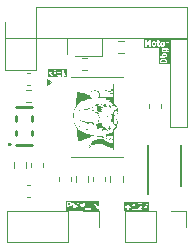
<source format=gto>
G04 EasyEDA Pro v1.9.28, 2023-01-14 19:19:00*
G04 Gerber Generator version 0.3*%TF.GenerationSoftware,KiCad,Pcbnew,8.0.3*%
%TF.CreationDate,2024-11-10T00:39:19+08:00*%
%TF.ProjectId,NekoPurrTech_TiltingCtrl,4e656b6f-5075-4727-9254-6563685f5469,rev?*%
%TF.SameCoordinates,Original*%
%TF.FileFunction,Legend,Top*%
%TF.FilePolarity,Positive*%
%FSLAX46Y46*%
G04 Gerber Fmt 4.6, Leading zero omitted, Abs format (unit mm)*
G04 Created by KiCad (PCBNEW 8.0.3) date 2024-11-10 00:39:19*
%MOMM*%
%LPD*%
G01*
G04 APERTURE LIST*
%ADD10C,0.125000*%
%ADD11C,0.254000*%
%ADD12C,0.120000*%
%ADD13C,0.100000*%
%ADD14C,0.000000*%
%ADD15C,0.200000*%
G04 APERTURE END LIST*
D10*
G36*
X90498119Y-71642800D02*
G01*
X90510348Y-71653162D01*
X90525044Y-71678521D01*
X90527131Y-71720346D01*
X90516504Y-71745339D01*
X90506146Y-71757562D01*
X90481328Y-71771945D01*
X90361079Y-71774614D01*
X90359798Y-71633510D01*
X90470495Y-71631053D01*
X90498119Y-71642800D01*
G37*
G36*
X92973902Y-72244928D02*
G01*
X90176283Y-72244928D01*
X90176283Y-71572309D01*
X90238783Y-71572309D01*
X90243541Y-72096227D01*
X90277365Y-72130051D01*
X90325201Y-72130051D01*
X90359025Y-72096227D01*
X90363783Y-72072309D01*
X90362176Y-71895362D01*
X90484467Y-71892648D01*
X90496190Y-71896556D01*
X90512750Y-71892020D01*
X90515677Y-71891956D01*
X90516691Y-71890941D01*
X90519710Y-71890115D01*
X90557616Y-71868146D01*
X90563294Y-71868147D01*
X90583571Y-71854599D01*
X90586058Y-71851663D01*
X90586594Y-71851353D01*
X90586770Y-71850823D01*
X90600025Y-71835181D01*
X90604138Y-71833811D01*
X90619090Y-71814545D01*
X90620677Y-71810810D01*
X90620930Y-71810513D01*
X90620930Y-71810217D01*
X90638325Y-71769307D01*
X90644739Y-71762894D01*
X90647979Y-71746602D01*
X90649339Y-71743406D01*
X90648886Y-71742047D01*
X90649497Y-71738976D01*
X90646183Y-71672582D01*
X90649339Y-71663117D01*
X90644902Y-71646915D01*
X90644739Y-71643629D01*
X90643725Y-71642615D01*
X90642899Y-71639596D01*
X90620930Y-71601687D01*
X90620930Y-71596010D01*
X90607381Y-71575733D01*
X90604448Y-71573248D01*
X90604138Y-71572712D01*
X90603606Y-71572534D01*
X90591665Y-71562416D01*
X90691952Y-71562416D01*
X90692864Y-71586785D01*
X90812930Y-72071976D01*
X90810757Y-72080541D01*
X90818254Y-72093490D01*
X90822080Y-72108951D01*
X90830040Y-72113850D01*
X90834724Y-72121939D01*
X90849656Y-72125920D01*
X90862819Y-72134021D01*
X90871912Y-72131855D01*
X90880944Y-72134264D01*
X90894318Y-72126520D01*
X90909354Y-72122941D01*
X90914253Y-72114980D01*
X90922342Y-72110297D01*
X90933102Y-72088413D01*
X90968465Y-71949054D01*
X91003377Y-72073892D01*
X91001476Y-72082202D01*
X91009220Y-72094786D01*
X91013558Y-72110297D01*
X91021647Y-72114980D01*
X91026546Y-72122941D01*
X91041580Y-72126520D01*
X91054955Y-72134264D01*
X91063986Y-72131855D01*
X91073081Y-72134021D01*
X91086246Y-72125919D01*
X91101176Y-72121938D01*
X91105858Y-72113850D01*
X91113820Y-72108951D01*
X91123988Y-72086785D01*
X91241685Y-71572309D01*
X91310212Y-71572309D01*
X91314970Y-72096227D01*
X91348794Y-72130051D01*
X91396630Y-72130051D01*
X91430454Y-72096227D01*
X91435212Y-72072309D01*
X91433122Y-71842281D01*
X91487018Y-71954423D01*
X91493287Y-71971662D01*
X91495886Y-71972874D01*
X91497169Y-71975544D01*
X91517264Y-71982851D01*
X91536635Y-71991891D01*
X91539379Y-71990893D01*
X91542123Y-71991891D01*
X91561493Y-71982851D01*
X91581589Y-71975544D01*
X91583898Y-71972395D01*
X91585471Y-71971662D01*
X91586486Y-71968868D01*
X91596015Y-71955882D01*
X91646025Y-71845454D01*
X91648303Y-72096227D01*
X91682127Y-72130051D01*
X91729963Y-72130051D01*
X91763787Y-72096227D01*
X91763830Y-72096010D01*
X91767352Y-72096010D01*
X91767352Y-72143846D01*
X91801176Y-72177670D01*
X91825094Y-72182428D01*
X92229964Y-72177670D01*
X92263788Y-72143846D01*
X92263788Y-72096010D01*
X92229964Y-72062186D01*
X92206046Y-72057428D01*
X91801176Y-72062186D01*
X91767352Y-72096010D01*
X91763830Y-72096010D01*
X91768545Y-72072309D01*
X91764116Y-71584698D01*
X91768485Y-71575053D01*
X91767487Y-71572309D01*
X92262593Y-71572309D01*
X92267351Y-72096227D01*
X92301175Y-72130051D01*
X92349011Y-72130051D01*
X92382835Y-72096227D01*
X92387593Y-72072309D01*
X92383052Y-71572309D01*
X92500688Y-71572309D01*
X92505446Y-72096227D01*
X92539270Y-72130051D01*
X92587106Y-72130051D01*
X92620930Y-72096227D01*
X92625688Y-72072309D01*
X92623212Y-71799691D01*
X92791086Y-72088136D01*
X92791160Y-72096227D01*
X92802249Y-72107316D01*
X92810634Y-72121723D01*
X92818914Y-72123981D01*
X92824984Y-72130051D01*
X92841170Y-72130051D01*
X92856783Y-72134309D01*
X92864235Y-72130051D01*
X92872820Y-72130051D01*
X92884267Y-72118603D01*
X92898316Y-72110576D01*
X92900574Y-72102296D01*
X92906644Y-72096227D01*
X92911402Y-72072309D01*
X92906644Y-71548391D01*
X92872820Y-71514567D01*
X92824984Y-71514567D01*
X92791160Y-71548391D01*
X92786402Y-71572309D01*
X92788877Y-71844926D01*
X92621003Y-71556482D01*
X92620930Y-71548391D01*
X92609839Y-71537300D01*
X92601455Y-71522894D01*
X92593174Y-71520635D01*
X92587106Y-71514567D01*
X92570923Y-71514567D01*
X92555307Y-71510308D01*
X92547854Y-71514567D01*
X92539270Y-71514567D01*
X92527824Y-71526012D01*
X92513773Y-71534042D01*
X92511514Y-71542322D01*
X92505446Y-71548391D01*
X92500688Y-71572309D01*
X92383052Y-71572309D01*
X92382835Y-71548391D01*
X92349011Y-71514567D01*
X92301175Y-71514567D01*
X92267351Y-71548391D01*
X92262593Y-71572309D01*
X91767487Y-71572309D01*
X91763915Y-71562486D01*
X91763787Y-71548391D01*
X91755933Y-71540537D01*
X91752137Y-71530098D01*
X91739681Y-71524285D01*
X91729963Y-71514567D01*
X91718856Y-71514567D01*
X91708789Y-71509869D01*
X91695870Y-71514567D01*
X91682127Y-71514567D01*
X91674274Y-71522419D01*
X91663835Y-71526216D01*
X91649409Y-71545878D01*
X91540231Y-71786952D01*
X91430547Y-71558730D01*
X91430454Y-71548391D01*
X91421067Y-71539004D01*
X91414922Y-71526217D01*
X91404484Y-71522421D01*
X91396630Y-71514567D01*
X91382885Y-71514567D01*
X91369968Y-71509870D01*
X91359903Y-71514567D01*
X91348794Y-71514567D01*
X91339073Y-71524287D01*
X91326620Y-71530099D01*
X91322824Y-71540536D01*
X91314970Y-71548391D01*
X91310212Y-71572309D01*
X91241685Y-71572309D01*
X91243948Y-71562416D01*
X91218878Y-71521677D01*
X91172343Y-71510597D01*
X91131604Y-71535667D01*
X91121436Y-71557833D01*
X91059687Y-71827746D01*
X91028000Y-71714439D01*
X91029905Y-71706934D01*
X91022160Y-71693557D01*
X91017580Y-71677178D01*
X91010205Y-71672908D01*
X91005938Y-71665537D01*
X90990243Y-71661351D01*
X90976182Y-71653211D01*
X90967949Y-71655406D01*
X90959717Y-71653211D01*
X90945658Y-71661350D01*
X90929962Y-71665536D01*
X90925693Y-71672909D01*
X90918320Y-71677178D01*
X90907560Y-71699062D01*
X90875750Y-71824416D01*
X90804296Y-71535667D01*
X90763557Y-71510597D01*
X90717022Y-71521677D01*
X90691952Y-71562416D01*
X90591665Y-71562416D01*
X90587964Y-71559280D01*
X90586594Y-71555170D01*
X90567329Y-71540218D01*
X90563592Y-71538629D01*
X90563294Y-71538376D01*
X90562997Y-71538376D01*
X90522091Y-71520981D01*
X90515677Y-71514567D01*
X90499386Y-71511326D01*
X90496190Y-71509967D01*
X90494830Y-71510420D01*
X90491759Y-71509809D01*
X90277365Y-71514567D01*
X90243541Y-71548391D01*
X90238783Y-71572309D01*
X90176283Y-71572309D01*
X90176283Y-71447309D01*
X92973902Y-71447309D01*
X92973902Y-72244928D01*
G37*
G36*
X97169458Y-72267309D02*
G01*
X95091041Y-72267309D01*
X95091041Y-71927915D01*
X95153541Y-71927915D01*
X95153541Y-71975751D01*
X95187365Y-72009575D01*
X95211283Y-72014333D01*
X95342213Y-72012794D01*
X95344017Y-72166227D01*
X95377841Y-72200051D01*
X95425677Y-72200051D01*
X95459501Y-72166227D01*
X95464259Y-72142309D01*
X95462720Y-72011378D01*
X95616154Y-72009575D01*
X95649978Y-71975751D01*
X95649978Y-71927915D01*
X95616154Y-71894091D01*
X95592236Y-71889333D01*
X95461304Y-71890871D01*
X95460114Y-71789596D01*
X95744179Y-71789596D01*
X95765572Y-71832382D01*
X95810952Y-71847509D01*
X95834472Y-71841068D01*
X95872381Y-71819099D01*
X95878058Y-71819099D01*
X95888421Y-71812174D01*
X95890880Y-72082903D01*
X95782604Y-72084567D01*
X95748780Y-72118391D01*
X95748780Y-72166227D01*
X95782604Y-72200051D01*
X95806522Y-72204809D01*
X96116154Y-72200051D01*
X96149978Y-72166227D01*
X96149978Y-72118391D01*
X96201160Y-72118391D01*
X96201160Y-72166227D01*
X96234984Y-72200051D01*
X96258902Y-72204809D01*
X96592344Y-72200051D01*
X96626168Y-72166227D01*
X96626168Y-72118391D01*
X96592344Y-72084567D01*
X96568426Y-72079809D01*
X96405165Y-72082138D01*
X96579833Y-71903543D01*
X96591831Y-71897545D01*
X96600398Y-71882516D01*
X96602359Y-71880512D01*
X96602359Y-71879077D01*
X96603909Y-71876359D01*
X96621491Y-71813760D01*
X96626168Y-71809084D01*
X96630926Y-71785166D01*
X96630657Y-71781128D01*
X96630768Y-71780735D01*
X96630610Y-71780419D01*
X96628013Y-71741379D01*
X96630768Y-71733116D01*
X96626404Y-71717178D01*
X96626168Y-71713629D01*
X96625154Y-71712615D01*
X96624328Y-71709596D01*
X96602358Y-71671687D01*
X96602358Y-71666011D01*
X96588810Y-71645734D01*
X96585875Y-71643247D01*
X96585565Y-71642712D01*
X96585035Y-71642535D01*
X96579539Y-71637878D01*
X96648941Y-71637878D01*
X96651990Y-71662073D01*
X96816870Y-72142836D01*
X96815607Y-72146740D01*
X96823893Y-72163312D01*
X96830734Y-72183259D01*
X96834910Y-72185347D01*
X96836999Y-72189524D01*
X96855794Y-72195789D01*
X96873518Y-72204651D01*
X96877949Y-72203174D01*
X96882380Y-72204651D01*
X96900104Y-72195789D01*
X96918899Y-72189524D01*
X96920987Y-72185347D01*
X96925164Y-72183259D01*
X96937242Y-72162073D01*
X97106958Y-71637878D01*
X97085566Y-71595094D01*
X97040185Y-71579967D01*
X96997401Y-71601359D01*
X96985323Y-71622545D01*
X96878703Y-71951856D01*
X96758498Y-71601359D01*
X96715714Y-71579967D01*
X96670333Y-71595094D01*
X96648941Y-71637878D01*
X96579539Y-71637878D01*
X96569393Y-71629280D01*
X96568023Y-71625170D01*
X96548758Y-71610218D01*
X96545021Y-71608629D01*
X96544724Y-71608377D01*
X96544429Y-71608377D01*
X96503520Y-71590981D01*
X96497106Y-71584567D01*
X96480815Y-71581326D01*
X96477619Y-71579967D01*
X96476259Y-71580420D01*
X96473188Y-71579809D01*
X96360487Y-71583559D01*
X96349709Y-71579967D01*
X96333280Y-71584465D01*
X96330222Y-71584567D01*
X96329208Y-71585580D01*
X96326189Y-71586407D01*
X96288281Y-71608377D01*
X96282604Y-71608377D01*
X96262327Y-71621925D01*
X96259840Y-71624859D01*
X96259305Y-71625170D01*
X96259128Y-71625699D01*
X96224970Y-71666011D01*
X96224970Y-71713845D01*
X96258795Y-71747670D01*
X96306629Y-71747670D01*
X96326906Y-71734122D01*
X96339755Y-71718958D01*
X96364780Y-71704454D01*
X96453016Y-71701518D01*
X96479548Y-71712800D01*
X96491776Y-71723162D01*
X96506679Y-71748876D01*
X96508037Y-71769299D01*
X96494122Y-71818842D01*
X96201204Y-72118346D01*
X96201160Y-72118391D01*
X96149978Y-72118391D01*
X96116154Y-72084567D01*
X96092236Y-72079809D01*
X96011322Y-72081052D01*
X96007496Y-71659710D01*
X96010691Y-71654437D01*
X96007294Y-71637454D01*
X96007121Y-71618391D01*
X96002570Y-71613840D01*
X96001309Y-71607532D01*
X95986167Y-71597437D01*
X95973297Y-71584567D01*
X95966862Y-71584567D01*
X95961507Y-71580997D01*
X95943657Y-71584567D01*
X95925461Y-71584567D01*
X95920912Y-71589116D01*
X95914602Y-71590378D01*
X95897376Y-71607640D01*
X95861443Y-71666953D01*
X95857566Y-71669544D01*
X95824147Y-71706638D01*
X95759306Y-71744216D01*
X95744179Y-71789596D01*
X95460114Y-71789596D01*
X95459501Y-71737439D01*
X95425677Y-71703615D01*
X95377841Y-71703615D01*
X95344017Y-71737439D01*
X95339259Y-71761357D01*
X95340797Y-71892287D01*
X95187365Y-71894091D01*
X95153541Y-71927915D01*
X95091041Y-71927915D01*
X95091041Y-71517309D01*
X97169458Y-71517309D01*
X97169458Y-72267309D01*
G37*
G36*
X90221469Y-60967309D02*
G01*
X88616283Y-60967309D01*
X88616283Y-60342309D01*
X88678783Y-60342309D01*
X88683541Y-60866227D01*
X88717365Y-60900051D01*
X88765201Y-60900051D01*
X88799025Y-60866227D01*
X88803783Y-60842309D01*
X88802084Y-60655236D01*
X88806386Y-60650837D01*
X88995154Y-60896088D01*
X89042508Y-60902853D01*
X89080776Y-60874152D01*
X89087541Y-60826798D01*
X89076997Y-60804809D01*
X88891501Y-60563808D01*
X88945128Y-60508976D01*
X89178783Y-60508976D01*
X89183541Y-60866227D01*
X89217365Y-60900051D01*
X89265201Y-60900051D01*
X89299025Y-60866227D01*
X89303783Y-60842309D01*
X89300612Y-60604214D01*
X89393069Y-60604214D01*
X89396952Y-60740322D01*
X89393226Y-60751501D01*
X89397741Y-60767989D01*
X89397827Y-60770989D01*
X89398840Y-60772002D01*
X89399667Y-60775021D01*
X89421636Y-60812929D01*
X89421636Y-60818607D01*
X89435184Y-60838884D01*
X89438118Y-60841370D01*
X89438428Y-60841905D01*
X89438957Y-60842081D01*
X89454601Y-60855337D01*
X89455972Y-60859450D01*
X89475238Y-60874402D01*
X89478974Y-60875990D01*
X89479271Y-60876242D01*
X89479565Y-60876242D01*
X89520475Y-60893637D01*
X89526889Y-60900051D01*
X89543180Y-60903291D01*
X89546377Y-60904651D01*
X89547735Y-60904198D01*
X89550807Y-60904809D01*
X89640233Y-60901238D01*
X89650475Y-60904652D01*
X89666817Y-60900176D01*
X89669963Y-60900051D01*
X89670976Y-60899037D01*
X89673995Y-60898211D01*
X89740879Y-60859450D01*
X89756006Y-60814071D01*
X89734614Y-60771285D01*
X89689234Y-60756158D01*
X89665713Y-60762598D01*
X89635272Y-60780239D01*
X89570348Y-60782831D01*
X89544443Y-60771816D01*
X89532219Y-60761457D01*
X89517768Y-60736521D01*
X89514582Y-60624847D01*
X89526060Y-60597851D01*
X89536421Y-60585625D01*
X89561578Y-60571045D01*
X89626503Y-60568453D01*
X89689234Y-60595127D01*
X89734614Y-60580000D01*
X89756006Y-60537214D01*
X89740879Y-60491835D01*
X89721614Y-60476883D01*
X89676375Y-60457646D01*
X89669963Y-60451234D01*
X89653675Y-60447993D01*
X89650475Y-60446633D01*
X89649114Y-60447086D01*
X89646045Y-60446476D01*
X89556615Y-60450046D01*
X89546377Y-60446634D01*
X89530035Y-60451108D01*
X89526889Y-60451234D01*
X89525875Y-60452247D01*
X89522856Y-60453074D01*
X89484947Y-60475043D01*
X89479271Y-60475043D01*
X89458994Y-60488591D01*
X89456508Y-60491523D01*
X89455972Y-60491835D01*
X89455794Y-60492366D01*
X89442539Y-60508009D01*
X89438428Y-60509380D01*
X89423476Y-60528645D01*
X89421887Y-60532381D01*
X89421636Y-60532678D01*
X89421636Y-60532972D01*
X89404239Y-60573883D01*
X89397827Y-60580296D01*
X89394586Y-60596583D01*
X89393226Y-60599784D01*
X89393679Y-60601144D01*
X89393069Y-60604214D01*
X89300612Y-60604214D01*
X89299025Y-60485058D01*
X89265201Y-60451234D01*
X89217365Y-60451234D01*
X89183541Y-60485058D01*
X89178783Y-60508976D01*
X88945128Y-60508976D01*
X89084740Y-60366226D01*
X89084740Y-60342203D01*
X89159731Y-60342203D01*
X89159732Y-60390037D01*
X89159734Y-60390039D01*
X89173280Y-60410313D01*
X89217359Y-60447664D01*
X89217365Y-60447670D01*
X89265199Y-60447671D01*
X89265200Y-60447670D01*
X89265201Y-60447670D01*
X89265202Y-60447668D01*
X89285476Y-60434123D01*
X89322835Y-60390037D01*
X89322836Y-60342309D01*
X89845449Y-60342309D01*
X89850207Y-60866227D01*
X89884031Y-60900051D01*
X89931867Y-60900051D01*
X89965691Y-60866227D01*
X89970449Y-60842309D01*
X89969808Y-60771823D01*
X90066582Y-60896089D01*
X90113936Y-60902853D01*
X90152205Y-60874152D01*
X90158969Y-60826798D01*
X90148425Y-60804809D01*
X90034523Y-60658549D01*
X90156168Y-60532893D01*
X90156168Y-60485059D01*
X90122342Y-60451233D01*
X90074508Y-60451233D01*
X90054231Y-60464782D01*
X89967830Y-60554031D01*
X89965691Y-60318391D01*
X89931867Y-60284567D01*
X89884031Y-60284567D01*
X89850207Y-60318391D01*
X89845449Y-60342309D01*
X89322836Y-60342309D01*
X89322836Y-60342203D01*
X89322834Y-60342201D01*
X89309287Y-60321925D01*
X89265206Y-60284572D01*
X89265201Y-60284567D01*
X89265200Y-60284567D01*
X89265199Y-60284566D01*
X89217365Y-60284567D01*
X89197088Y-60298116D01*
X89159731Y-60342203D01*
X89084740Y-60342203D01*
X89084740Y-60318392D01*
X89050914Y-60284566D01*
X89003080Y-60284566D01*
X88982803Y-60298115D01*
X88800533Y-60484483D01*
X88799025Y-60318391D01*
X88765201Y-60284567D01*
X88717365Y-60284567D01*
X88683541Y-60318391D01*
X88678783Y-60342309D01*
X88616283Y-60342309D01*
X88616283Y-60222066D01*
X90221469Y-60222066D01*
X90221469Y-60967309D01*
G37*
G36*
X97641931Y-58049467D02*
G01*
X97654157Y-58059828D01*
X97668607Y-58084762D01*
X97671793Y-58196437D01*
X97660314Y-58223434D01*
X97649955Y-58235658D01*
X97624593Y-58250356D01*
X97582770Y-58252443D01*
X97557777Y-58241816D01*
X97545553Y-58231457D01*
X97531102Y-58206521D01*
X97527916Y-58094847D01*
X97539394Y-58067851D01*
X97549755Y-58055625D01*
X97575115Y-58040928D01*
X97616939Y-58038841D01*
X97641931Y-58049467D01*
G37*
G36*
X98380026Y-58049467D02*
G01*
X98392252Y-58059828D01*
X98406702Y-58084762D01*
X98409888Y-58196437D01*
X98398409Y-58223434D01*
X98388050Y-58235658D01*
X98362688Y-58250356D01*
X98320865Y-58252443D01*
X98295872Y-58241816D01*
X98283648Y-58231457D01*
X98269197Y-58206521D01*
X98266011Y-58094847D01*
X98277489Y-58067851D01*
X98287850Y-58055625D01*
X98313210Y-58040928D01*
X98355034Y-58038841D01*
X98380026Y-58049467D01*
G37*
G36*
X98946287Y-58437309D02*
G01*
X96796283Y-58437309D01*
X96796283Y-57812309D01*
X96858783Y-57812309D01*
X96863541Y-58336227D01*
X96897365Y-58370051D01*
X96945201Y-58370051D01*
X96979025Y-58336227D01*
X96983783Y-58312309D01*
X96981693Y-58082281D01*
X97035589Y-58194423D01*
X97041858Y-58211662D01*
X97044457Y-58212874D01*
X97045740Y-58215544D01*
X97065835Y-58222851D01*
X97085206Y-58231891D01*
X97087950Y-58230893D01*
X97090694Y-58231891D01*
X97110064Y-58222851D01*
X97130160Y-58215544D01*
X97132469Y-58212395D01*
X97134042Y-58211662D01*
X97135057Y-58208868D01*
X97144586Y-58195882D01*
X97194596Y-58085454D01*
X97196874Y-58336227D01*
X97230698Y-58370051D01*
X97278534Y-58370051D01*
X97312358Y-58336227D01*
X97317116Y-58312309D01*
X97314953Y-58074214D01*
X97406403Y-58074214D01*
X97410286Y-58210322D01*
X97406560Y-58221501D01*
X97411075Y-58237989D01*
X97411161Y-58240989D01*
X97412174Y-58242002D01*
X97413001Y-58245021D01*
X97434970Y-58282929D01*
X97434970Y-58288607D01*
X97448518Y-58308884D01*
X97451452Y-58311370D01*
X97451762Y-58311905D01*
X97452291Y-58312081D01*
X97467935Y-58325337D01*
X97469306Y-58329450D01*
X97488572Y-58344402D01*
X97492308Y-58345990D01*
X97492605Y-58346242D01*
X97492899Y-58346242D01*
X97533809Y-58363637D01*
X97540223Y-58370051D01*
X97556514Y-58373291D01*
X97559711Y-58374651D01*
X97561069Y-58374198D01*
X97564141Y-58374809D01*
X97630531Y-58371495D01*
X97639999Y-58374652D01*
X97656201Y-58370214D01*
X97659487Y-58370051D01*
X97660500Y-58369037D01*
X97663519Y-58368211D01*
X97701428Y-58346242D01*
X97707105Y-58346242D01*
X97727382Y-58332694D01*
X97729868Y-58329759D01*
X97730403Y-58329450D01*
X97730579Y-58328920D01*
X97743835Y-58313276D01*
X97747948Y-58311906D01*
X97762900Y-58292640D01*
X97764488Y-58288903D01*
X97764740Y-58288607D01*
X97764740Y-58288312D01*
X97782135Y-58247402D01*
X97788549Y-58240989D01*
X97791789Y-58224697D01*
X97793149Y-58221501D01*
X97792696Y-58220142D01*
X97793307Y-58217071D01*
X97789423Y-58080959D01*
X97793149Y-58069784D01*
X97788634Y-58053295D01*
X97788549Y-58050296D01*
X97787535Y-58049282D01*
X97786709Y-58046263D01*
X97764740Y-58008354D01*
X97764740Y-58002678D01*
X97751192Y-57982401D01*
X97748259Y-57979915D01*
X97747948Y-57979379D01*
X97747416Y-57979201D01*
X97731773Y-57965946D01*
X97730403Y-57961835D01*
X97721671Y-57955058D01*
X97815923Y-57955058D01*
X97815923Y-58002894D01*
X97849747Y-58036718D01*
X97873665Y-58041476D01*
X97885000Y-58041224D01*
X97887011Y-58232527D01*
X97882751Y-58245310D01*
X97887321Y-58262003D01*
X97887351Y-58264798D01*
X97888364Y-58265811D01*
X97889191Y-58268831D01*
X97918118Y-58318745D01*
X97921687Y-58329450D01*
X97926476Y-58333167D01*
X97927954Y-58335716D01*
X97931121Y-58336771D01*
X97940953Y-58344402D01*
X97986190Y-58363637D01*
X97992604Y-58370051D01*
X98008895Y-58373291D01*
X98012092Y-58374651D01*
X98013450Y-58374198D01*
X98016522Y-58374809D01*
X98088059Y-58370051D01*
X98121883Y-58336227D01*
X98121883Y-58288391D01*
X98088059Y-58254567D01*
X98064141Y-58249809D01*
X98033714Y-58251832D01*
X98015188Y-58243954D01*
X98007485Y-58230663D01*
X98005840Y-58074214D01*
X98144498Y-58074214D01*
X98148381Y-58210322D01*
X98144655Y-58221501D01*
X98149170Y-58237989D01*
X98149256Y-58240989D01*
X98150269Y-58242002D01*
X98151096Y-58245021D01*
X98173065Y-58282929D01*
X98173065Y-58288607D01*
X98186613Y-58308884D01*
X98189547Y-58311370D01*
X98189857Y-58311905D01*
X98190386Y-58312081D01*
X98206030Y-58325337D01*
X98207401Y-58329450D01*
X98226667Y-58344402D01*
X98230403Y-58345990D01*
X98230700Y-58346242D01*
X98230994Y-58346242D01*
X98271904Y-58363637D01*
X98278318Y-58370051D01*
X98294609Y-58373291D01*
X98297806Y-58374651D01*
X98299164Y-58374198D01*
X98302236Y-58374809D01*
X98368626Y-58371495D01*
X98378094Y-58374652D01*
X98394296Y-58370214D01*
X98397582Y-58370051D01*
X98398595Y-58369037D01*
X98401614Y-58368211D01*
X98439523Y-58346242D01*
X98445200Y-58346242D01*
X98465477Y-58332694D01*
X98467963Y-58329759D01*
X98468498Y-58329450D01*
X98468674Y-58328920D01*
X98481930Y-58313276D01*
X98486043Y-58311906D01*
X98500995Y-58292640D01*
X98502583Y-58288903D01*
X98502835Y-58288607D01*
X98502835Y-58288312D01*
X98520230Y-58247402D01*
X98526644Y-58240989D01*
X98529884Y-58224697D01*
X98531244Y-58221501D01*
X98530791Y-58220142D01*
X98531402Y-58217071D01*
X98527518Y-58080959D01*
X98531244Y-58069784D01*
X98526729Y-58053295D01*
X98526644Y-58050296D01*
X98525630Y-58049282D01*
X98524804Y-58046263D01*
X98502835Y-58008354D01*
X98502835Y-58002678D01*
X98489287Y-57982401D01*
X98486354Y-57979915D01*
X98486043Y-57979379D01*
X98485511Y-57979201D01*
X98485245Y-57978976D01*
X98620688Y-57978976D01*
X98621865Y-58067385D01*
X98620846Y-58069783D01*
X98621941Y-58073068D01*
X98625446Y-58336227D01*
X98659270Y-58370051D01*
X98707106Y-58370051D01*
X98740930Y-58336227D01*
X98745688Y-58312309D01*
X98742773Y-58093499D01*
X98753679Y-58067853D01*
X98764041Y-58055624D01*
X98789755Y-58040722D01*
X98849963Y-58036718D01*
X98883787Y-58002894D01*
X98883787Y-57955058D01*
X98849963Y-57921234D01*
X98826045Y-57916476D01*
X98782258Y-57919388D01*
X98773996Y-57916634D01*
X98758057Y-57920997D01*
X98754508Y-57921234D01*
X98753494Y-57922247D01*
X98750475Y-57923074D01*
X98724182Y-57938310D01*
X98707106Y-57921234D01*
X98659270Y-57921234D01*
X98625446Y-57955058D01*
X98620688Y-57978976D01*
X98485245Y-57978976D01*
X98469868Y-57965946D01*
X98468498Y-57961835D01*
X98449233Y-57946883D01*
X98445496Y-57945294D01*
X98445200Y-57945043D01*
X98444906Y-57945043D01*
X98403994Y-57927646D01*
X98397582Y-57921234D01*
X98381294Y-57917993D01*
X98378094Y-57916633D01*
X98376733Y-57917086D01*
X98373664Y-57916476D01*
X98307271Y-57919789D01*
X98297806Y-57916634D01*
X98281604Y-57921070D01*
X98278318Y-57921234D01*
X98277304Y-57922247D01*
X98274285Y-57923074D01*
X98236376Y-57945043D01*
X98230700Y-57945043D01*
X98210423Y-57958591D01*
X98207937Y-57961523D01*
X98207401Y-57961835D01*
X98207223Y-57962366D01*
X98193968Y-57978009D01*
X98189857Y-57979380D01*
X98174905Y-57998645D01*
X98173316Y-58002381D01*
X98173065Y-58002678D01*
X98173065Y-58002972D01*
X98155668Y-58043883D01*
X98149256Y-58050296D01*
X98146015Y-58066583D01*
X98144655Y-58069784D01*
X98145108Y-58071144D01*
X98144498Y-58074214D01*
X98005840Y-58074214D01*
X98005465Y-58038550D01*
X98088059Y-58036718D01*
X98121883Y-58002894D01*
X98121883Y-57955058D01*
X98088059Y-57921234D01*
X98064141Y-57916476D01*
X98004195Y-57917806D01*
X98002835Y-57788391D01*
X97969011Y-57754567D01*
X97921175Y-57754567D01*
X97887351Y-57788391D01*
X97882593Y-57812309D01*
X97883730Y-57920479D01*
X97849747Y-57921234D01*
X97815923Y-57955058D01*
X97721671Y-57955058D01*
X97711138Y-57946883D01*
X97707401Y-57945294D01*
X97707105Y-57945043D01*
X97706811Y-57945043D01*
X97665899Y-57927646D01*
X97659487Y-57921234D01*
X97643199Y-57917993D01*
X97639999Y-57916633D01*
X97638638Y-57917086D01*
X97635569Y-57916476D01*
X97569176Y-57919789D01*
X97559711Y-57916634D01*
X97543509Y-57921070D01*
X97540223Y-57921234D01*
X97539209Y-57922247D01*
X97536190Y-57923074D01*
X97498281Y-57945043D01*
X97492605Y-57945043D01*
X97472328Y-57958591D01*
X97469842Y-57961523D01*
X97469306Y-57961835D01*
X97469128Y-57962366D01*
X97455873Y-57978009D01*
X97451762Y-57979380D01*
X97436810Y-57998645D01*
X97435221Y-58002381D01*
X97434970Y-58002678D01*
X97434970Y-58002972D01*
X97417573Y-58043883D01*
X97411161Y-58050296D01*
X97407920Y-58066583D01*
X97406560Y-58069784D01*
X97407013Y-58071144D01*
X97406403Y-58074214D01*
X97314953Y-58074214D01*
X97312687Y-57824698D01*
X97317056Y-57815053D01*
X97312486Y-57802486D01*
X97312358Y-57788391D01*
X97304504Y-57780537D01*
X97300708Y-57770098D01*
X97288252Y-57764285D01*
X97278534Y-57754567D01*
X97267427Y-57754567D01*
X97257360Y-57749869D01*
X97244441Y-57754567D01*
X97230698Y-57754567D01*
X97222845Y-57762419D01*
X97212406Y-57766216D01*
X97197980Y-57785878D01*
X97088802Y-58026952D01*
X96979118Y-57798730D01*
X96979025Y-57788391D01*
X96969638Y-57779004D01*
X96963493Y-57766217D01*
X96953055Y-57762421D01*
X96945201Y-57754567D01*
X96931456Y-57754567D01*
X96918539Y-57749870D01*
X96908474Y-57754567D01*
X96897365Y-57754567D01*
X96887644Y-57764287D01*
X96875191Y-57770099D01*
X96871395Y-57780536D01*
X96863541Y-57788391D01*
X96858783Y-57812309D01*
X96796283Y-57812309D01*
X96796283Y-57687369D01*
X98946287Y-57687369D01*
X98946287Y-58437309D01*
G37*
G36*
X98422865Y-59493636D02*
G01*
X98502054Y-59510185D01*
X98505310Y-59512712D01*
X98539289Y-59527161D01*
X98572843Y-59557389D01*
X98589863Y-59601313D01*
X98591709Y-59656766D01*
X98212861Y-59660206D01*
X98211510Y-59619594D01*
X98211602Y-59619433D01*
X98226837Y-59565191D01*
X98253733Y-59535337D01*
X98284431Y-59517546D01*
X98286515Y-59517445D01*
X98363690Y-59494924D01*
X98366595Y-59495502D01*
X98421061Y-59492783D01*
X98422865Y-59493636D01*
G37*
G36*
X98563433Y-59051112D02*
G01*
X98575659Y-59061473D01*
X98590239Y-59086630D01*
X98592831Y-59151555D01*
X98590611Y-59156776D01*
X98380980Y-59158680D01*
X98378453Y-59095400D01*
X98389467Y-59069496D01*
X98399828Y-59057270D01*
X98424762Y-59042820D01*
X98536437Y-59039634D01*
X98563433Y-59051112D01*
G37*
G36*
X98592831Y-58675364D02*
G01*
X98581816Y-58701269D01*
X98571457Y-58713493D01*
X98546521Y-58727944D01*
X98434847Y-58731130D01*
X98407850Y-58719651D01*
X98395626Y-58709292D01*
X98381045Y-58684133D01*
X98378453Y-58619209D01*
X98380726Y-58613863D01*
X98590282Y-58611537D01*
X98592831Y-58675364D01*
G37*
G36*
X98943976Y-59843716D02*
G01*
X98027309Y-59843716D01*
X98027309Y-59599668D01*
X98089809Y-59599668D01*
X98094567Y-59742634D01*
X98128391Y-59776458D01*
X98152309Y-59781216D01*
X98676227Y-59776458D01*
X98710051Y-59742634D01*
X98714809Y-59718716D01*
X98711222Y-59610958D01*
X98714652Y-59604100D01*
X98711602Y-59579904D01*
X98710056Y-59575915D01*
X98710051Y-59575750D01*
X98709955Y-59575654D01*
X98686242Y-59514455D01*
X98686242Y-59504322D01*
X98676894Y-59490332D01*
X98675716Y-59487290D01*
X98674433Y-59486648D01*
X98672694Y-59484045D01*
X98630094Y-59445668D01*
X98628096Y-59439672D01*
X98608831Y-59424720D01*
X98605063Y-59423117D01*
X98604797Y-59422878D01*
X98604499Y-59422878D01*
X98571929Y-59409028D01*
X98570469Y-59406594D01*
X98548419Y-59396177D01*
X98465536Y-59378855D01*
X98461941Y-59375260D01*
X98438023Y-59370502D01*
X98379525Y-59373421D01*
X98375795Y-59371183D01*
X98351437Y-59372368D01*
X98271021Y-59395834D01*
X98266926Y-59394469D01*
X98243406Y-59400909D01*
X98205498Y-59422879D01*
X98199821Y-59422879D01*
X98179544Y-59436427D01*
X98176728Y-59439552D01*
X98176522Y-59439672D01*
X98176464Y-59439845D01*
X98137672Y-59482904D01*
X98128904Y-59487289D01*
X98120599Y-59501856D01*
X98118377Y-59504323D01*
X98118377Y-59505754D01*
X98116826Y-59508475D01*
X98099242Y-59571074D01*
X98094567Y-59575750D01*
X98089809Y-59599668D01*
X98027309Y-59599668D01*
X98027309Y-59194798D01*
X98094567Y-59194798D01*
X98094567Y-59242634D01*
X98128391Y-59276458D01*
X98152309Y-59281216D01*
X98342506Y-59279488D01*
X98347214Y-59281058D01*
X98350497Y-59279416D01*
X98615962Y-59277005D01*
X98624070Y-59281059D01*
X98636798Y-59276816D01*
X98676227Y-59276458D01*
X98710051Y-59242634D01*
X98710051Y-59195015D01*
X98713291Y-59178723D01*
X98714651Y-59175527D01*
X98714198Y-59174168D01*
X98714809Y-59171097D01*
X98711238Y-59081667D01*
X98714651Y-59071429D01*
X98710176Y-59055087D01*
X98710051Y-59051941D01*
X98709037Y-59050927D01*
X98708211Y-59047908D01*
X98686242Y-59009999D01*
X98686242Y-59004323D01*
X98672694Y-58984046D01*
X98669761Y-58981560D01*
X98669450Y-58981024D01*
X98668918Y-58980846D01*
X98653275Y-58967591D01*
X98651905Y-58963480D01*
X98632640Y-58948528D01*
X98628903Y-58946939D01*
X98628607Y-58946688D01*
X98628313Y-58946688D01*
X98587401Y-58929291D01*
X98580989Y-58922879D01*
X98564701Y-58919638D01*
X98561501Y-58918278D01*
X98560140Y-58918731D01*
X98557071Y-58918121D01*
X98420959Y-58922004D01*
X98409784Y-58918279D01*
X98393295Y-58922793D01*
X98390296Y-58922879D01*
X98389282Y-58923892D01*
X98386263Y-58924719D01*
X98348354Y-58946688D01*
X98342678Y-58946688D01*
X98322401Y-58960236D01*
X98319915Y-58963168D01*
X98319379Y-58963480D01*
X98319201Y-58964011D01*
X98305946Y-58979654D01*
X98301835Y-58981025D01*
X98286883Y-59000290D01*
X98285294Y-59004026D01*
X98285043Y-59004323D01*
X98285043Y-59004617D01*
X98267646Y-59045528D01*
X98261234Y-59051941D01*
X98257993Y-59068228D01*
X98256633Y-59071429D01*
X98257086Y-59072789D01*
X98256476Y-59075859D01*
X98259827Y-59159780D01*
X98128391Y-59160974D01*
X98094567Y-59194798D01*
X98027309Y-59194798D01*
X98027309Y-58599668D01*
X98256476Y-58599668D01*
X98260046Y-58689094D01*
X98256633Y-58699336D01*
X98261108Y-58715678D01*
X98261234Y-58718824D01*
X98262247Y-58719837D01*
X98263074Y-58722856D01*
X98285043Y-58760764D01*
X98285043Y-58766442D01*
X98298591Y-58786719D01*
X98301525Y-58789205D01*
X98301835Y-58789740D01*
X98302364Y-58789916D01*
X98318008Y-58803172D01*
X98319379Y-58807285D01*
X98338645Y-58822237D01*
X98342381Y-58823825D01*
X98342678Y-58824077D01*
X98342972Y-58824077D01*
X98383882Y-58841472D01*
X98390296Y-58847886D01*
X98406587Y-58851126D01*
X98409784Y-58852486D01*
X98411142Y-58852033D01*
X98414214Y-58852644D01*
X98550322Y-58848760D01*
X98561501Y-58852487D01*
X98577989Y-58847971D01*
X98580989Y-58847886D01*
X98582002Y-58846872D01*
X98585021Y-58846046D01*
X98622930Y-58824077D01*
X98628607Y-58824077D01*
X98648884Y-58810529D01*
X98651370Y-58807594D01*
X98651905Y-58807285D01*
X98652081Y-58806755D01*
X98665337Y-58791111D01*
X98669450Y-58789741D01*
X98684402Y-58770475D01*
X98685990Y-58766738D01*
X98686242Y-58766442D01*
X98686242Y-58766147D01*
X98703637Y-58725237D01*
X98710051Y-58718824D01*
X98713291Y-58702532D01*
X98714651Y-58699336D01*
X98714198Y-58697977D01*
X98714809Y-58694906D01*
X98711605Y-58614676D01*
X98730098Y-58622540D01*
X98742326Y-58632902D01*
X98757023Y-58658261D01*
X98759110Y-58700087D01*
X98732824Y-58761904D01*
X98747950Y-58807284D01*
X98790735Y-58828677D01*
X98836115Y-58813551D01*
X98851067Y-58794286D01*
X98870303Y-58749048D01*
X98876718Y-58742634D01*
X98879958Y-58726343D01*
X98881318Y-58723147D01*
X98880864Y-58721787D01*
X98881476Y-58718716D01*
X98878162Y-58652321D01*
X98881318Y-58642856D01*
X98876881Y-58626654D01*
X98876718Y-58623369D01*
X98875704Y-58622355D01*
X98874878Y-58619336D01*
X98852908Y-58581427D01*
X98852908Y-58575751D01*
X98839360Y-58555474D01*
X98836425Y-58552987D01*
X98836115Y-58552452D01*
X98835585Y-58552275D01*
X98819943Y-58539020D01*
X98818573Y-58534910D01*
X98799308Y-58519958D01*
X98795571Y-58518369D01*
X98795274Y-58518117D01*
X98794979Y-58518117D01*
X98754070Y-58500721D01*
X98747656Y-58494307D01*
X98731365Y-58491066D01*
X98728169Y-58489707D01*
X98726809Y-58490160D01*
X98723738Y-58489549D01*
X98626825Y-58490624D01*
X98624070Y-58489706D01*
X98622128Y-58490676D01*
X98355081Y-58493640D01*
X98347214Y-58489707D01*
X98334735Y-58493866D01*
X98295058Y-58494307D01*
X98261234Y-58528131D01*
X98261234Y-58575750D01*
X98257993Y-58592037D01*
X98256633Y-58595238D01*
X98257086Y-58596598D01*
X98256476Y-58599668D01*
X98027309Y-58599668D01*
X98027309Y-58427049D01*
X98943976Y-58427049D01*
X98943976Y-59843716D01*
G37*
D11*
%TO.C,R6*%
X87260000Y-66670000D02*
X85960000Y-66670000D01*
X85960000Y-63470000D02*
X87260000Y-63470000D01*
X85960000Y-65877000D02*
X85960000Y-65498000D01*
X85960000Y-64653000D02*
X85960000Y-64274000D01*
X87260000Y-65853000D02*
X87260000Y-65474000D01*
X87260000Y-64653000D02*
X87260000Y-64274000D01*
X85428140Y-66629000D02*
G75*
G02*
X85335860Y-66629000I-46140J0D01*
G01*
X85335860Y-66629000D02*
G75*
G02*
X85428140Y-66629000I46140J0D01*
G01*
D12*
%TO.C,R12*%
X87227258Y-62017500D02*
X86752742Y-62017500D01*
X87227258Y-63062500D02*
X86752742Y-63062500D01*
%TO.C,C8*%
X89540000Y-69434420D02*
X89540000Y-69715580D01*
X90560000Y-69434420D02*
X90560000Y-69715580D01*
%TO.C,J4*%
D13*
X98990000Y-65140000D02*
X100390000Y-65140000D01*
X100390000Y-57740000D01*
X98990000Y-57740000D01*
X98990000Y-65140000D01*
D14*
%TO.C,*%
G36*
X91190420Y-64505125D02*
G01*
X91184559Y-64510985D01*
X91178698Y-64505125D01*
X91184559Y-64499264D01*
X91190420Y-64505125D01*
G37*
G36*
X91987466Y-64927091D02*
G01*
X91981606Y-64932951D01*
X91975745Y-64927091D01*
X91981606Y-64921230D01*
X91987466Y-64927091D01*
G37*
G36*
X92010909Y-63379882D02*
G01*
X92005048Y-63385743D01*
X91999188Y-63379882D01*
X92005048Y-63374022D01*
X92010909Y-63379882D01*
G37*
G36*
X92022630Y-64938812D02*
G01*
X92016770Y-64944672D01*
X92010909Y-64938812D01*
X92016770Y-64932951D01*
X92022630Y-64938812D01*
G37*
G36*
X92057794Y-63368161D02*
G01*
X92051933Y-63374022D01*
X92046073Y-63368161D01*
X92051933Y-63362301D01*
X92057794Y-63368161D01*
G37*
G36*
X93136151Y-65489712D02*
G01*
X93130291Y-65495572D01*
X93124430Y-65489712D01*
X93130291Y-65483851D01*
X93136151Y-65489712D01*
G37*
G36*
X93323692Y-65982005D02*
G01*
X93317831Y-65987866D01*
X93311970Y-65982005D01*
X93317831Y-65976145D01*
X93323692Y-65982005D01*
G37*
G36*
X93382298Y-65384220D02*
G01*
X93376437Y-65390081D01*
X93370577Y-65384220D01*
X93376437Y-65378360D01*
X93382298Y-65384220D01*
G37*
G36*
X93792542Y-65724137D02*
G01*
X93786682Y-65729998D01*
X93780821Y-65724137D01*
X93786682Y-65718277D01*
X93792542Y-65724137D01*
G37*
G36*
X93827706Y-66122660D02*
G01*
X93821846Y-66128521D01*
X93815985Y-66122660D01*
X93821846Y-66116800D01*
X93827706Y-66122660D01*
G37*
G36*
X93956640Y-62946195D02*
G01*
X93950780Y-62952056D01*
X93944919Y-62946195D01*
X93950780Y-62940335D01*
X93956640Y-62946195D01*
G37*
G36*
X93980083Y-62957917D02*
G01*
X93974222Y-62963777D01*
X93968362Y-62957917D01*
X93974222Y-62952056D01*
X93980083Y-62957917D01*
G37*
G36*
X93980083Y-63368161D02*
G01*
X93974222Y-63374022D01*
X93968362Y-63368161D01*
X93974222Y-63362301D01*
X93980083Y-63368161D01*
G37*
G36*
X94015247Y-62969638D02*
G01*
X94009386Y-62975499D01*
X94003525Y-62969638D01*
X94009386Y-62963777D01*
X94015247Y-62969638D01*
G37*
G36*
X94132459Y-64071438D02*
G01*
X94126599Y-64077298D01*
X94120738Y-64071438D01*
X94126599Y-64065577D01*
X94132459Y-64071438D01*
G37*
G36*
X94191066Y-63403325D02*
G01*
X94185205Y-63409186D01*
X94179345Y-63403325D01*
X94185205Y-63397464D01*
X94191066Y-63403325D01*
G37*
G36*
X94320000Y-64118323D02*
G01*
X94314139Y-64124183D01*
X94308279Y-64118323D01*
X94314139Y-64112462D01*
X94320000Y-64118323D01*
G37*
G36*
X94484098Y-63649472D02*
G01*
X94478237Y-63655332D01*
X94472376Y-63649472D01*
X94478237Y-63643611D01*
X94484098Y-63649472D01*
G37*
G36*
X91720807Y-64737648D02*
G01*
X91722280Y-64741926D01*
X91706156Y-64743560D01*
X91689516Y-64741718D01*
X91691504Y-64737648D01*
X91715502Y-64736100D01*
X91720807Y-64737648D01*
G37*
G36*
X91796019Y-63448257D02*
G01*
X91794410Y-63455225D01*
X91788205Y-63456071D01*
X91778557Y-63451782D01*
X91780391Y-63448257D01*
X91794301Y-63446854D01*
X91796019Y-63448257D01*
G37*
G36*
X92182821Y-64901694D02*
G01*
X92181212Y-64908663D01*
X92175007Y-64909509D01*
X92165359Y-64905220D01*
X92167193Y-64901694D01*
X92181103Y-64900292D01*
X92182821Y-64901694D01*
G37*
G36*
X92229706Y-64913416D02*
G01*
X92228097Y-64920384D01*
X92221892Y-64921230D01*
X92212244Y-64916941D01*
X92214078Y-64913416D01*
X92227988Y-64912013D01*
X92229706Y-64913416D01*
G37*
G36*
X92265602Y-65289229D02*
G01*
X92262107Y-65294557D01*
X92250218Y-65295385D01*
X92237711Y-65292523D01*
X92243137Y-65288304D01*
X92261456Y-65286906D01*
X92265602Y-65289229D01*
G37*
G36*
X92945436Y-64468740D02*
G01*
X92941941Y-64474067D01*
X92930052Y-64474896D01*
X92917545Y-64472034D01*
X92922970Y-64467815D01*
X92941289Y-64466417D01*
X92945436Y-64468740D01*
G37*
G36*
X92968146Y-64432844D02*
G01*
X92966537Y-64439812D01*
X92960332Y-64440658D01*
X92950684Y-64436369D01*
X92952518Y-64432844D01*
X92966428Y-64431441D01*
X92968146Y-64432844D01*
G37*
G36*
X92991589Y-64479729D02*
G01*
X92989980Y-64486697D01*
X92983775Y-64487543D01*
X92974127Y-64483254D01*
X92975960Y-64479729D01*
X92989871Y-64478326D01*
X92991589Y-64479729D01*
G37*
G36*
X93408671Y-62498885D02*
G01*
X93410143Y-62503163D01*
X93394019Y-62504797D01*
X93377379Y-62502955D01*
X93379368Y-62498885D01*
X93403365Y-62497337D01*
X93408671Y-62498885D01*
G37*
G36*
X93788635Y-62416784D02*
G01*
X93787026Y-62423753D01*
X93780821Y-62424599D01*
X93771173Y-62420310D01*
X93773007Y-62416784D01*
X93786917Y-62415382D01*
X93788635Y-62416784D01*
G37*
G36*
X93326783Y-62510118D02*
G01*
X93331500Y-62512863D01*
X93316142Y-62514633D01*
X93294388Y-62515016D01*
X93267794Y-62514139D01*
X93260015Y-62512039D01*
X93268177Y-62509958D01*
X93302841Y-62508030D01*
X93326783Y-62510118D01*
G37*
G36*
X93580643Y-65196521D02*
G01*
X93565585Y-65212103D01*
X93561047Y-65215757D01*
X93547164Y-65225894D01*
X93550074Y-65219824D01*
X93556622Y-65211331D01*
X93571081Y-65195098D01*
X93577134Y-65190819D01*
X93580643Y-65196521D01*
G37*
G36*
X93877745Y-65933292D02*
G01*
X93878134Y-65937140D01*
X93859785Y-65938712D01*
X93857009Y-65938696D01*
X93838830Y-65937006D01*
X93840566Y-65933438D01*
X93842581Y-65932858D01*
X93868114Y-65931142D01*
X93877745Y-65933292D01*
G37*
G36*
X94416700Y-64115911D02*
G01*
X94422255Y-64118810D01*
X94407528Y-64120649D01*
X94390327Y-64120991D01*
X94364976Y-64120076D01*
X94358017Y-64117739D01*
X94363955Y-64115911D01*
X94398110Y-64113972D01*
X94416700Y-64115911D01*
G37*
G36*
X92889557Y-64443867D02*
G01*
X92901616Y-64451489D01*
X92901726Y-64452379D01*
X92892061Y-64462231D01*
X92881213Y-64463921D01*
X92853119Y-64457462D01*
X92843119Y-64452379D01*
X92836268Y-64444596D01*
X92849423Y-64441242D01*
X92863632Y-64440837D01*
X92889557Y-64443867D01*
G37*
G36*
X94552669Y-63884194D02*
G01*
X94552869Y-63907340D01*
X94552142Y-63940728D01*
X94550564Y-63952437D01*
X94547101Y-63944228D01*
X94542432Y-63925153D01*
X94538676Y-63892472D01*
X94542545Y-63867939D01*
X94543276Y-63866546D01*
X94549668Y-63863990D01*
X94552669Y-63884194D01*
G37*
G36*
X92159360Y-66865991D02*
G01*
X92175750Y-66873206D01*
X92207723Y-66893670D01*
X92217457Y-66910271D01*
X92210386Y-66919574D01*
X92194395Y-66918667D01*
X92169274Y-66908877D01*
X92144454Y-66894956D01*
X92129361Y-66881656D01*
X92128122Y-66878109D01*
X92136252Y-66863829D01*
X92159360Y-66865991D01*
G37*
G36*
X94065457Y-66078463D02*
G01*
X94110843Y-66082875D01*
X94133679Y-66086678D01*
X94133729Y-66089687D01*
X94110759Y-66091720D01*
X94083336Y-66092432D01*
X94046023Y-66091319D01*
X94019215Y-66087480D01*
X94010473Y-66083395D01*
X94017356Y-66078727D01*
X94041609Y-66077288D01*
X94065457Y-66078463D01*
G37*
G36*
X93788401Y-65921211D02*
G01*
X93780541Y-65926265D01*
X93755173Y-65934907D01*
X93717610Y-65945351D01*
X93713846Y-65946310D01*
X93658528Y-65957572D01*
X93595051Y-65966538D01*
X93546396Y-65970678D01*
X93458486Y-65974933D01*
X93547957Y-65964493D01*
X93604851Y-65956344D01*
X93664833Y-65945406D01*
X93710421Y-65935139D01*
X93748656Y-65926130D01*
X93776862Y-65921170D01*
X93788401Y-65921211D01*
G37*
G36*
X92130158Y-64958777D02*
G01*
X92164017Y-64964362D01*
X92205472Y-64972292D01*
X92247873Y-64981195D01*
X92284574Y-64989698D01*
X92308927Y-64996430D01*
X92314903Y-64999104D01*
X92308179Y-65001687D01*
X92283948Y-65001042D01*
X92256583Y-64998349D01*
X92224538Y-64993117D01*
X92188508Y-64985263D01*
X92153686Y-64976261D01*
X92125266Y-64967583D01*
X92108439Y-64960704D01*
X92108400Y-64957097D01*
X92110540Y-64956910D01*
X92130158Y-64958777D01*
G37*
G36*
X92153754Y-66698786D02*
G01*
X92175340Y-66718873D01*
X92204204Y-66747132D01*
X92205586Y-66748513D01*
X92254535Y-66790624D01*
X92300706Y-66814858D01*
X92315683Y-66819420D01*
X92358201Y-66830642D01*
X92382790Y-66838443D01*
X92394305Y-66844922D01*
X92397600Y-66852175D01*
X92397711Y-66854872D01*
X92388366Y-66866964D01*
X92383059Y-66868259D01*
X92329321Y-66863500D01*
X92270709Y-66843228D01*
X92215483Y-66811346D01*
X92171905Y-66771757D01*
X92167737Y-66766525D01*
X92150868Y-66739267D01*
X92140586Y-66713121D01*
X92139106Y-66695130D01*
X92144029Y-66691142D01*
X92153754Y-66698786D01*
G37*
G36*
X93802542Y-64207287D02*
G01*
X93823761Y-64209984D01*
X93827706Y-64212093D01*
X93817378Y-64215947D01*
X93791942Y-64217896D01*
X93786100Y-64217954D01*
X93733335Y-64226348D01*
X93690088Y-64248849D01*
X93658731Y-64281439D01*
X93641636Y-64320096D01*
X93641175Y-64360800D01*
X93659722Y-64399531D01*
X93671486Y-64412197D01*
X93717368Y-64442820D01*
X93765992Y-64450910D01*
X93789612Y-64447433D01*
X93809538Y-64444058D01*
X93808787Y-64448550D01*
X93804264Y-64451843D01*
X93767910Y-64463516D01*
X93724663Y-64458838D01*
X93681593Y-64440293D01*
X93645767Y-64410363D01*
X93632581Y-64391548D01*
X93617557Y-64349038D01*
X93623054Y-64309031D01*
X93649938Y-64267676D01*
X93663608Y-64253117D01*
X93693427Y-64225620D01*
X93718081Y-64211616D01*
X93747523Y-64206683D01*
X93769100Y-64206232D01*
X93802542Y-64207287D01*
G37*
G36*
X94185754Y-61491418D02*
G01*
X94188593Y-61506091D01*
X94190823Y-61532550D01*
X94192477Y-61572433D01*
X94193585Y-61627380D01*
X94194180Y-61699029D01*
X94194294Y-61789019D01*
X94193957Y-61898989D01*
X94193201Y-62030578D01*
X94193093Y-62046583D01*
X94192554Y-62160379D01*
X94192443Y-62277017D01*
X94192725Y-62394622D01*
X94193368Y-62511319D01*
X94194335Y-62625231D01*
X94195593Y-62734484D01*
X94197106Y-62837202D01*
X94198840Y-62931510D01*
X94200762Y-63015533D01*
X94202835Y-63087394D01*
X94205026Y-63145218D01*
X94207300Y-63187131D01*
X94209622Y-63211256D01*
X94211958Y-63215718D01*
X94214274Y-63198642D01*
X94214309Y-63198203D01*
X94217832Y-63158922D01*
X94221055Y-63140498D01*
X94225023Y-63140382D01*
X94230781Y-63156028D01*
X94231135Y-63157178D01*
X94240703Y-63188768D01*
X94245478Y-63206166D01*
X94247609Y-63217570D01*
X94248207Y-63222337D01*
X94256577Y-63229742D01*
X94260070Y-63228324D01*
X94267982Y-63232026D01*
X94268861Y-63242284D01*
X94257620Y-63262146D01*
X94243812Y-63270292D01*
X94235041Y-63275431D01*
X94248435Y-63278340D01*
X94264358Y-63279083D01*
X94319699Y-63291655D01*
X94376653Y-63325139D01*
X94432261Y-63377457D01*
X94466822Y-63421343D01*
X94504643Y-63482735D01*
X94532511Y-63543671D01*
X94549306Y-63600026D01*
X94553908Y-63647676D01*
X94545196Y-63682495D01*
X94539774Y-63689872D01*
X94536843Y-63693512D01*
X94530985Y-63700787D01*
X94539200Y-63697708D01*
X94539774Y-63697385D01*
X94551621Y-63697454D01*
X94552515Y-63704456D01*
X94550088Y-63724120D01*
X94545905Y-63758166D01*
X94542704Y-63784266D01*
X94537975Y-63817049D01*
X94533851Y-63835666D01*
X94531725Y-63837012D01*
X94526888Y-63830030D01*
X94522188Y-63841383D01*
X94518277Y-63865967D01*
X94515804Y-63898682D01*
X94515421Y-63934425D01*
X94516538Y-63956116D01*
X94518515Y-64001003D01*
X94514330Y-64032588D01*
X94502276Y-64060583D01*
X94496461Y-64070399D01*
X94477083Y-64099418D01*
X94466288Y-64111150D01*
X94465648Y-64104962D01*
X94476734Y-64080219D01*
X94477936Y-64077880D01*
X94494402Y-64021613D01*
X94492368Y-63955295D01*
X94489958Y-63946669D01*
X94472135Y-63882876D01*
X94461129Y-63857493D01*
X94454794Y-63845903D01*
X94433073Y-63806164D01*
X94418605Y-63790127D01*
X94448934Y-63790127D01*
X94454794Y-63795988D01*
X94460655Y-63790127D01*
X94454794Y-63784266D01*
X94448934Y-63790127D01*
X94418605Y-63790127D01*
X94408031Y-63778406D01*
X94484098Y-63778406D01*
X94489958Y-63784266D01*
X94495819Y-63778406D01*
X94489958Y-63772545D01*
X94484098Y-63778406D01*
X94408031Y-63778406D01*
X94405935Y-63776083D01*
X94376467Y-63765430D01*
X94341423Y-63772385D01*
X94323682Y-63780411D01*
X94279999Y-63814516D01*
X94247962Y-63867111D01*
X94227121Y-63939132D01*
X94219276Y-63997819D01*
X94215989Y-64047673D01*
X94217135Y-64080996D01*
X94223351Y-64104392D01*
X94230906Y-64118161D01*
X94247584Y-64138212D01*
X94264324Y-64140349D01*
X94276445Y-64135441D01*
X94302418Y-64122860D01*
X94277846Y-64144454D01*
X94262277Y-64168660D01*
X94247876Y-64209057D01*
X94236353Y-64258405D01*
X94229421Y-64309458D01*
X94228634Y-64352748D01*
X94229035Y-64387232D01*
X94227214Y-64429476D01*
X94226355Y-64440658D01*
X94223899Y-64459974D01*
X94221348Y-64459407D01*
X94218446Y-64437816D01*
X94214938Y-64394062D01*
X94214508Y-64387912D01*
X94208648Y-64303126D01*
X94207217Y-64282421D01*
X94205002Y-64408881D01*
X94202787Y-64535341D01*
X94227476Y-64512340D01*
X94242907Y-64492112D01*
X94244657Y-64477189D01*
X94247003Y-64471061D01*
X94269074Y-64476194D01*
X94272735Y-64477446D01*
X94299508Y-64489160D01*
X94314715Y-64500205D01*
X94314852Y-64500418D01*
X94329587Y-64506871D01*
X94358924Y-64510611D01*
X94372674Y-64510985D01*
X94433740Y-64517070D01*
X94477190Y-64536007D01*
X94501071Y-64561158D01*
X94511421Y-64589602D01*
X94519066Y-64635561D01*
X94523802Y-64693240D01*
X94525424Y-64756843D01*
X94523728Y-64820576D01*
X94518510Y-64878645D01*
X94513364Y-64909509D01*
X94503699Y-64957185D01*
X94497862Y-64987685D01*
X94494996Y-65002661D01*
X94490226Y-65029652D01*
X94488005Y-65037966D01*
X94482687Y-65057872D01*
X94472985Y-65072867D01*
X94470591Y-65073607D01*
X94466516Y-65078380D01*
X94463272Y-65082179D01*
X94465015Y-65091505D01*
X94466029Y-65112169D01*
X94461837Y-65148114D01*
X94453812Y-65192118D01*
X94452623Y-65197203D01*
X94443327Y-65236963D01*
X94431756Y-65275427D01*
X94428299Y-65284589D01*
X94408565Y-65317916D01*
X94376925Y-65343949D01*
X94329228Y-65365984D01*
X94328429Y-65366353D01*
X94308279Y-65373442D01*
X94272050Y-65385183D01*
X94266277Y-65386910D01*
X94245236Y-65393204D01*
X94235607Y-65395461D01*
X94232090Y-65395955D01*
X94228364Y-65396479D01*
X94222079Y-65399673D01*
X94216678Y-65406614D01*
X94212084Y-65418874D01*
X94208221Y-65438025D01*
X94205015Y-65465637D01*
X94202390Y-65503282D01*
X94200270Y-65552533D01*
X94198579Y-65614960D01*
X94197242Y-65692135D01*
X94196184Y-65785629D01*
X94195328Y-65897014D01*
X94194599Y-66027862D01*
X94193922Y-66179744D01*
X94193556Y-66269756D01*
X94192725Y-66439152D01*
X94191658Y-66591501D01*
X94190371Y-66725998D01*
X94188876Y-66841841D01*
X94187189Y-66938224D01*
X94185324Y-67014344D01*
X94183293Y-67069397D01*
X94181112Y-67102577D01*
X94178905Y-67113108D01*
X94173568Y-67102293D01*
X94169614Y-67073452D01*
X94167704Y-67031991D01*
X94167623Y-67020764D01*
X94167623Y-66928419D01*
X94065062Y-66928551D01*
X93989687Y-66925083D01*
X93920974Y-66915328D01*
X93892173Y-66908392D01*
X93847249Y-66892297D01*
X93789320Y-66867149D01*
X93725229Y-66836367D01*
X93661819Y-66803373D01*
X93605935Y-66771586D01*
X93564972Y-66744837D01*
X93491601Y-66697866D01*
X93405186Y-66653548D01*
X93316012Y-66616843D01*
X93266133Y-66600727D01*
X93169878Y-66579651D01*
X93065361Y-66567385D01*
X92960915Y-66564348D01*
X92864869Y-66570959D01*
X92821007Y-66578349D01*
X92778119Y-66586453D01*
X92744174Y-66590969D01*
X92725600Y-66591078D01*
X92724488Y-66590635D01*
X92708471Y-66592559D01*
X92673436Y-66606567D01*
X92619117Y-66632781D01*
X92545249Y-66671320D01*
X92532958Y-66677908D01*
X92479507Y-66697791D01*
X92423969Y-66703730D01*
X92373452Y-66695834D01*
X92335725Y-66674834D01*
X92308043Y-66634225D01*
X92296837Y-66582817D01*
X92301125Y-66525454D01*
X92319926Y-66466983D01*
X92352258Y-66412248D01*
X92397140Y-66366096D01*
X92398484Y-66365039D01*
X92431777Y-66343525D01*
X92480742Y-66317350D01*
X92538907Y-66289545D01*
X92599800Y-66263139D01*
X92656948Y-66241161D01*
X92679021Y-66233743D01*
X92742551Y-66216296D01*
X92817309Y-66199860D01*
X92894615Y-66186012D01*
X92965785Y-66176331D01*
X93015757Y-66172532D01*
X93145674Y-66179028D01*
X93282551Y-66205515D01*
X93422946Y-66250975D01*
X93563416Y-66314393D01*
X93640166Y-66356978D01*
X93745745Y-66416785D01*
X93836640Y-66461619D01*
X93915504Y-66492282D01*
X93984994Y-66509576D01*
X94047766Y-66514303D01*
X94106475Y-66507265D01*
X94123668Y-66502986D01*
X94167623Y-66490779D01*
X94167623Y-66399425D01*
X94167623Y-66308071D01*
X94152588Y-66304748D01*
X94100226Y-66293176D01*
X94065152Y-66284232D01*
X94011896Y-66269114D01*
X93944513Y-66249066D01*
X93867059Y-66225329D01*
X93783590Y-66199147D01*
X93698161Y-66171762D01*
X93616723Y-66145046D01*
X93567280Y-66129596D01*
X93502357Y-66110675D01*
X93429268Y-66090283D01*
X93355330Y-66070417D01*
X93287857Y-66053079D01*
X93234164Y-66040267D01*
X93229921Y-66039330D01*
X93160546Y-66024246D01*
X93106652Y-66012786D01*
X93101916Y-66011779D01*
X93049726Y-66001168D01*
X92999672Y-65991653D01*
X92966686Y-65985856D01*
X93112141Y-65985856D01*
X93120721Y-65989848D01*
X93136151Y-65994092D01*
X93167517Y-66001946D01*
X93215464Y-66013869D01*
X93273814Y-66028328D01*
X93336385Y-66043790D01*
X93345226Y-66045971D01*
X93401965Y-66060769D01*
X93475538Y-66081168D01*
X93560468Y-66105582D01*
X93651276Y-66132423D01*
X93742483Y-66160103D01*
X93790634Y-66175048D01*
X93871317Y-66200051D01*
X93946813Y-66222957D01*
X94013557Y-66242722D01*
X94067985Y-66258302D01*
X94106530Y-66268656D01*
X94123668Y-66272496D01*
X94152588Y-66275400D01*
X94165123Y-66270279D01*
X94167623Y-66257170D01*
X94160165Y-66240022D01*
X94144400Y-66231735D01*
X94135083Y-66226837D01*
X94117808Y-66221648D01*
X94079205Y-66210082D01*
X94032113Y-66193361D01*
X93971748Y-66169715D01*
X93921476Y-66149111D01*
X93877014Y-66129455D01*
X93950780Y-66129455D01*
X93995440Y-66151756D01*
X94032491Y-66168103D01*
X94073911Y-66183175D01*
X94113335Y-66195070D01*
X94144400Y-66201884D01*
X94160741Y-66201715D01*
X94161245Y-66201320D01*
X94165902Y-66186088D01*
X94167623Y-66161731D01*
X94167623Y-66128521D01*
X94059201Y-66128988D01*
X93950780Y-66129455D01*
X93877014Y-66129455D01*
X93876453Y-66129207D01*
X93841013Y-66111203D01*
X93819862Y-66097618D01*
X93815985Y-66092583D01*
X93826494Y-66089265D01*
X93853349Y-66087772D01*
X93889541Y-66087893D01*
X93928063Y-66089414D01*
X93961907Y-66092123D01*
X93984065Y-66095808D01*
X93988445Y-66097813D01*
X94003018Y-66101455D01*
X94034306Y-66104062D01*
X94075587Y-66105078D01*
X94076320Y-66105079D01*
X94156929Y-66105079D01*
X94153485Y-66020099D01*
X94150041Y-65935120D01*
X94044550Y-65926938D01*
X93983223Y-65921730D01*
X93917856Y-65915468D01*
X93876708Y-65911049D01*
X93861145Y-65909378D01*
X93853702Y-65908499D01*
X93812937Y-65904713D01*
X93774061Y-65904165D01*
X93731875Y-65907409D01*
X93716354Y-65909733D01*
X93681181Y-65914998D01*
X93616782Y-65927489D01*
X93558117Y-65940022D01*
X93529104Y-65944611D01*
X93481715Y-65950117D01*
X93420973Y-65956044D01*
X93351903Y-65961892D01*
X93294388Y-65966156D01*
X93220295Y-65971407D01*
X93167311Y-65975599D01*
X93133149Y-65979136D01*
X93115521Y-65982420D01*
X93112141Y-65985856D01*
X92966686Y-65985856D01*
X92947448Y-65982475D01*
X92888750Y-65972873D01*
X92819273Y-65962088D01*
X92734711Y-65949359D01*
X92643858Y-65935867D01*
X92575059Y-65925648D01*
X92512490Y-65916300D01*
X92460609Y-65908492D01*
X92423872Y-65902895D01*
X92408323Y-65900449D01*
X92384043Y-65902342D01*
X92352829Y-65916859D01*
X92321523Y-65938306D01*
X92310072Y-65946151D01*
X92309559Y-65946535D01*
X92264588Y-65977679D01*
X92214670Y-66008301D01*
X92165180Y-66035531D01*
X92121491Y-66056496D01*
X92088979Y-66068324D01*
X92078666Y-66069915D01*
X92062570Y-66074296D01*
X92028457Y-66086528D01*
X91979866Y-66105240D01*
X91920334Y-66129063D01*
X91853397Y-66156627D01*
X91836943Y-66163512D01*
X91734758Y-66204733D01*
X91632626Y-66242832D01*
X91533406Y-66276983D01*
X91439957Y-66306359D01*
X91355140Y-66330131D01*
X91281813Y-66347472D01*
X91222835Y-66357556D01*
X91181068Y-66359553D01*
X91167472Y-66357243D01*
X91155860Y-66351409D01*
X91148721Y-66339657D01*
X91144973Y-66317084D01*
X91143534Y-66278788D01*
X91143332Y-66247874D01*
X91141477Y-66180584D01*
X91136668Y-66100426D01*
X91129692Y-66017198D01*
X91121338Y-65940696D01*
X91115035Y-65896043D01*
X91111621Y-65869484D01*
X91109848Y-65853071D01*
X92315662Y-65853071D01*
X92321523Y-65858932D01*
X92327383Y-65853071D01*
X92321523Y-65847211D01*
X92315662Y-65853071D01*
X91109848Y-65853071D01*
X91106733Y-65824237D01*
X91100818Y-65764980D01*
X91094324Y-65696389D01*
X91087699Y-65623139D01*
X91081391Y-65549908D01*
X91078366Y-65513154D01*
X91072415Y-65460476D01*
X91063847Y-65409664D01*
X91054431Y-65371059D01*
X91053655Y-65368692D01*
X91042771Y-65318580D01*
X91047110Y-65268364D01*
X91047474Y-65266635D01*
X91052499Y-65236424D01*
X91050421Y-65213062D01*
X91038908Y-65187757D01*
X91017869Y-65155043D01*
X90975825Y-65084459D01*
X90932909Y-64998163D01*
X90892197Y-64903548D01*
X90856766Y-64808009D01*
X90829693Y-64718942D01*
X90820630Y-64680944D01*
X90793788Y-64521696D01*
X90778474Y-64355928D01*
X90776674Y-64274083D01*
X90806070Y-64274083D01*
X90816230Y-64436370D01*
X90837593Y-64595450D01*
X90869788Y-64745592D01*
X90912446Y-64881067D01*
X90915053Y-64887887D01*
X90946097Y-64962357D01*
X90979914Y-65033448D01*
X91013616Y-65095616D01*
X91044314Y-65143318D01*
X91055625Y-65157716D01*
X91076750Y-65183140D01*
X91104091Y-65217051D01*
X91118263Y-65234960D01*
X91157562Y-65277837D01*
X91212859Y-65328341D01*
X91279518Y-65382975D01*
X91352905Y-65438241D01*
X91428381Y-65490643D01*
X91501312Y-65536682D01*
X91564472Y-65571570D01*
X91600925Y-65587899D01*
X91655206Y-65609694D01*
X91722800Y-65635330D01*
X91799190Y-65663184D01*
X91879859Y-65691633D01*
X91960292Y-65719055D01*
X92035971Y-65743824D01*
X92092958Y-65761512D01*
X92288821Y-65815243D01*
X92477376Y-65856983D01*
X92653991Y-65885762D01*
X92724218Y-65893823D01*
X92801683Y-65899563D01*
X92894869Y-65903414D01*
X92998337Y-65905420D01*
X93106652Y-65905622D01*
X93214375Y-65904064D01*
X93316070Y-65900787D01*
X93406299Y-65895836D01*
X93479625Y-65889252D01*
X93491367Y-65887798D01*
X93560015Y-65878048D01*
X93613109Y-65868990D01*
X93649124Y-65861039D01*
X93666537Y-65854612D01*
X93663824Y-65850127D01*
X93639459Y-65848000D01*
X93637077Y-65847954D01*
X93601936Y-65850911D01*
X93574122Y-65859126D01*
X93571704Y-65860487D01*
X93546947Y-65867249D01*
X93502246Y-65868464D01*
X93447740Y-65865208D01*
X93399573Y-65860796D01*
X93371787Y-65856845D01*
X93361359Y-65852448D01*
X93365268Y-65846700D01*
X93372457Y-65842622D01*
X93375749Y-65841350D01*
X93710494Y-65841350D01*
X93716354Y-65847211D01*
X93722215Y-65841350D01*
X93716354Y-65835489D01*
X93710494Y-65841350D01*
X93375749Y-65841350D01*
X93398789Y-65832448D01*
X93438211Y-65820798D01*
X93470207Y-65812947D01*
X93522889Y-65800982D01*
X93579129Y-65787846D01*
X93606032Y-65781403D01*
X93650652Y-65771399D01*
X93692799Y-65763282D01*
X93711524Y-65760382D01*
X93747510Y-65754272D01*
X93791793Y-65744812D01*
X93810124Y-65740362D01*
X93842538Y-65731431D01*
X93854452Y-65725521D01*
X93848303Y-65720803D01*
X93839428Y-65718371D01*
X93827813Y-65713814D01*
X93828314Y-65711895D01*
X93876271Y-65711895D01*
X93876708Y-65712579D01*
X93890203Y-65712188D01*
X93918660Y-65704796D01*
X93955695Y-65692731D01*
X93994923Y-65678321D01*
X94029960Y-65663895D01*
X94054421Y-65651780D01*
X94062132Y-65644963D01*
X94053456Y-65638807D01*
X94043461Y-65640884D01*
X94017185Y-65649462D01*
X93996576Y-65655130D01*
X93975151Y-65664177D01*
X93968362Y-65672662D01*
X93958903Y-65682052D01*
X93951543Y-65683113D01*
X93929941Y-65686578D01*
X93904553Y-65694752D01*
X93883842Y-65704302D01*
X93876271Y-65711895D01*
X93828314Y-65711895D01*
X93829509Y-65707313D01*
X93847097Y-65696970D01*
X93883156Y-65680891D01*
X93900149Y-65673752D01*
X93943258Y-65656411D01*
X93978683Y-65643316D01*
X94000418Y-65636648D01*
X94003402Y-65636228D01*
X94011597Y-65629588D01*
X94010145Y-65625735D01*
X94013419Y-65613436D01*
X94022133Y-65608153D01*
X94048005Y-65601429D01*
X94058454Y-65605779D01*
X94056271Y-65612785D01*
X94055539Y-65624253D01*
X94058510Y-65625403D01*
X94077329Y-65628203D01*
X94088560Y-65630235D01*
X94102606Y-65628888D01*
X94102551Y-65623527D01*
X94106963Y-65611738D01*
X94125938Y-65599232D01*
X94148244Y-65585182D01*
X94156036Y-65572463D01*
X94146670Y-65566020D01*
X94143768Y-65565900D01*
X94125858Y-65571465D01*
X94099828Y-65584844D01*
X94099814Y-65584853D01*
X94084355Y-65593153D01*
X94085745Y-65589085D01*
X94104592Y-65571507D01*
X94109017Y-65567586D01*
X94135135Y-65545995D01*
X94154218Y-65532864D01*
X94158832Y-65531051D01*
X94163471Y-65520225D01*
X94166657Y-65492407D01*
X94167623Y-65460409D01*
X94165972Y-65418243D01*
X94160507Y-65395947D01*
X94151693Y-65390081D01*
X94145871Y-65388467D01*
X94133553Y-65385052D01*
X94101866Y-65371922D01*
X94078544Y-65360778D01*
X94226230Y-65360778D01*
X94232090Y-65366638D01*
X94237951Y-65360778D01*
X94232090Y-65354917D01*
X94226230Y-65360778D01*
X94078544Y-65360778D01*
X94066714Y-65355125D01*
X94060768Y-65352115D01*
X94254756Y-65352115D01*
X94266277Y-65353992D01*
X94281480Y-65351837D01*
X94281661Y-65347835D01*
X94265974Y-65345037D01*
X94259196Y-65346910D01*
X94254756Y-65352115D01*
X94060768Y-65352115D01*
X93997665Y-65320170D01*
X93818936Y-65407916D01*
X93750405Y-65440281D01*
X93680098Y-65471269D01*
X93614458Y-65498187D01*
X93559931Y-65518339D01*
X93538747Y-65525065D01*
X93489381Y-65538582D01*
X93454367Y-65546682D01*
X93435412Y-65549350D01*
X93434221Y-65546573D01*
X93452498Y-65538338D01*
X93489365Y-65525471D01*
X93578764Y-65490853D01*
X93666823Y-65446997D01*
X93746972Y-65397673D01*
X93812640Y-65346647D01*
X93829927Y-65330164D01*
X93861484Y-65296054D01*
X93885278Y-65266412D01*
X93897314Y-65246353D01*
X93898034Y-65243013D01*
X93891426Y-65222119D01*
X93875210Y-65194292D01*
X93872098Y-65189954D01*
X93846163Y-65154875D01*
X93822283Y-65200674D01*
X93774271Y-65272982D01*
X93713991Y-65327357D01*
X93639152Y-65365321D01*
X93547464Y-65388396D01*
X93537642Y-65389891D01*
X93496692Y-65395686D01*
X93465385Y-65399882D01*
X93450491Y-65401570D01*
X93450485Y-65401570D01*
X93441065Y-65411428D01*
X93434679Y-65426392D01*
X93425341Y-65442577D01*
X93406625Y-65447423D01*
X93397775Y-65446747D01*
X93384074Y-65445701D01*
X93346516Y-65445114D01*
X93313594Y-65450873D01*
X93311970Y-65451454D01*
X93270976Y-65464729D01*
X93225278Y-65474283D01*
X93194758Y-65478844D01*
X93184289Y-65478445D01*
X93194638Y-65471959D01*
X93224226Y-65460223D01*
X93241358Y-65454154D01*
X93283016Y-65439418D01*
X93315149Y-65427423D01*
X93332112Y-65420295D01*
X93333313Y-65419530D01*
X93334139Y-65406302D01*
X93330049Y-65380620D01*
X93322453Y-65346039D01*
X93255675Y-65366646D01*
X93190211Y-65382730D01*
X93105502Y-65397212D01*
X93005707Y-65409855D01*
X92894983Y-65420419D01*
X92777490Y-65428665D01*
X92657385Y-65434354D01*
X92538827Y-65437248D01*
X92425973Y-65437106D01*
X92322982Y-65433691D01*
X92234013Y-65426762D01*
X92225818Y-65425840D01*
X92004517Y-65388462D01*
X91786830Y-65328636D01*
X91576064Y-65247356D01*
X91480716Y-65202217D01*
X91368409Y-65143083D01*
X91275932Y-65088278D01*
X91200533Y-65035844D01*
X91139456Y-64983823D01*
X91089948Y-64930257D01*
X91079567Y-64917066D01*
X91057646Y-64886852D01*
X91050988Y-64873910D01*
X91059209Y-64878055D01*
X91081925Y-64899104D01*
X91117162Y-64935196D01*
X91160752Y-64977738D01*
X91210499Y-65021444D01*
X91255704Y-65056919D01*
X91256096Y-65057200D01*
X91325131Y-65101873D01*
X91410473Y-65149723D01*
X91505842Y-65197654D01*
X91604956Y-65242567D01*
X91701537Y-65281367D01*
X91735459Y-65293583D01*
X91868103Y-65336448D01*
X91993226Y-65369578D01*
X92116031Y-65393657D01*
X92241721Y-65409369D01*
X92375499Y-65417398D01*
X92522566Y-65418428D01*
X92655579Y-65414579D01*
X92742742Y-65410678D01*
X92810109Y-65406863D01*
X92861320Y-65402725D01*
X92900018Y-65397855D01*
X92929843Y-65391844D01*
X92954437Y-65384281D01*
X92966193Y-65379673D01*
X93024799Y-65355231D01*
X92954471Y-65361913D01*
X92881646Y-65362103D01*
X92820369Y-65353670D01*
X92800616Y-65350952D01*
X92796234Y-65350044D01*
X92739589Y-65340229D01*
X92678873Y-65332995D01*
X92632136Y-65330097D01*
X92585978Y-65328115D01*
X92544149Y-65324402D01*
X92520784Y-65320753D01*
X92508101Y-65316397D01*
X92511755Y-65313714D01*
X92800992Y-65313714D01*
X92802095Y-65319753D01*
X92817080Y-65331027D01*
X92820369Y-65331475D01*
X92831082Y-65322534D01*
X92831398Y-65319753D01*
X92821857Y-65309467D01*
X92813124Y-65308032D01*
X92800992Y-65313714D01*
X92511755Y-65313714D01*
X92513418Y-65312493D01*
X92538623Y-65308508D01*
X92578229Y-65304558D01*
X92631264Y-65300449D01*
X92683151Y-65297443D01*
X92723101Y-65296159D01*
X92724745Y-65296151D01*
X92774281Y-65295124D01*
X92804124Y-65290009D01*
X92818017Y-65277215D01*
X92819702Y-65253152D01*
X92812925Y-65214228D01*
X92812468Y-65212008D01*
X92792893Y-65148941D01*
X92765542Y-65107321D01*
X92745396Y-65083903D01*
X92743832Y-65074616D01*
X92761090Y-65078988D01*
X92776493Y-65085974D01*
X92794037Y-65094028D01*
X92791957Y-65090406D01*
X92788494Y-65087586D01*
X92779096Y-65079933D01*
X92759322Y-65069273D01*
X92722388Y-65053786D01*
X92673542Y-65035534D01*
X92618032Y-65016579D01*
X92617010Y-65016246D01*
X92546300Y-64992465D01*
X92518385Y-64981990D01*
X92592187Y-64981990D01*
X92679559Y-65016116D01*
X92732275Y-65036395D01*
X92767236Y-65048039D01*
X92788494Y-65051013D01*
X92800104Y-65045282D01*
X92806117Y-65030812D01*
X92809250Y-65015000D01*
X92814562Y-64985450D01*
X92817924Y-64966992D01*
X92818134Y-64965876D01*
X92811651Y-64952929D01*
X92810178Y-64951907D01*
X92793635Y-64950573D01*
X92764154Y-64954489D01*
X92754502Y-64956507D01*
X92713273Y-64964628D01*
X92665533Y-64972377D01*
X92650256Y-64974484D01*
X92592187Y-64981990D01*
X92518385Y-64981990D01*
X92497868Y-64974291D01*
X92471308Y-64961411D01*
X92466215Y-64953511D01*
X92482183Y-64950276D01*
X92518807Y-64951393D01*
X92534878Y-64952623D01*
X92589927Y-64954907D01*
X92647962Y-64953735D01*
X92686139Y-64950518D01*
X92755210Y-64941522D01*
X92637997Y-64920093D01*
X92551394Y-64903931D01*
X92485451Y-64890833D01*
X92437661Y-64880263D01*
X92405520Y-64871680D01*
X92393417Y-64867540D01*
X92378646Y-64863779D01*
X92379540Y-64873412D01*
X92385128Y-64884456D01*
X92392845Y-64903042D01*
X92386532Y-64907229D01*
X92383561Y-64906746D01*
X92368273Y-64894163D01*
X92361705Y-64880205D01*
X92347291Y-64862017D01*
X92346964Y-64861604D01*
X92328790Y-64859676D01*
X92310451Y-64857817D01*
X92310931Y-64849074D01*
X92312298Y-64840972D01*
X92306972Y-64843168D01*
X92288983Y-64843486D01*
X92262397Y-64833793D01*
X92261206Y-64833175D01*
X92223781Y-64821799D01*
X92192589Y-64821486D01*
X92172002Y-64824094D01*
X92173153Y-64820977D01*
X92180672Y-64817526D01*
X92192019Y-64810650D01*
X92185567Y-64804996D01*
X92158659Y-64798357D01*
X92157229Y-64798062D01*
X92121154Y-64792410D01*
X92091410Y-64790643D01*
X92087097Y-64790908D01*
X92072273Y-64790560D01*
X92075496Y-64786874D01*
X92219755Y-64786874D01*
X92232417Y-64793675D01*
X92239474Y-64796787D01*
X92276187Y-64809696D01*
X92316830Y-64819966D01*
X92318592Y-64820302D01*
X92347291Y-64824215D01*
X92359787Y-64819839D01*
X92362547Y-64804856D01*
X92362547Y-64804548D01*
X92360418Y-64791797D01*
X92350618Y-64784638D01*
X92328031Y-64781550D01*
X92287541Y-64781012D01*
X92283428Y-64781033D01*
X92242476Y-64781551D01*
X92222180Y-64783166D01*
X92219755Y-64786874D01*
X92075496Y-64786874D01*
X92078819Y-64783073D01*
X92079608Y-64782533D01*
X92083533Y-64774501D01*
X92066568Y-64768461D01*
X92050304Y-64765959D01*
X92018655Y-64764474D01*
X91997203Y-64768045D01*
X91994701Y-64769598D01*
X91987665Y-64787353D01*
X91998358Y-64804525D01*
X92021761Y-64814879D01*
X92031856Y-64815738D01*
X92062048Y-64819259D01*
X92103023Y-64828276D01*
X92128925Y-64835624D01*
X92162672Y-64847013D01*
X92175702Y-64854146D01*
X92170041Y-64858441D01*
X92163285Y-64859642D01*
X92133253Y-64865816D01*
X92116400Y-64871229D01*
X92094161Y-64876656D01*
X92065497Y-64879090D01*
X92038446Y-64878554D01*
X92021050Y-64875071D01*
X92018890Y-64870945D01*
X92013370Y-64866558D01*
X91992144Y-64868797D01*
X91991379Y-64868962D01*
X91970841Y-64871989D01*
X91971398Y-64867111D01*
X91974523Y-64864755D01*
X91988073Y-64847102D01*
X91981555Y-64831014D01*
X91958276Y-64819794D01*
X91940581Y-64818016D01*
X91926256Y-64816576D01*
X91884894Y-64812501D01*
X91863416Y-64807259D01*
X91837672Y-64800975D01*
X91817508Y-64793789D01*
X91758902Y-64769950D01*
X91799926Y-64767738D01*
X91840950Y-64765527D01*
X91815885Y-64761039D01*
X91932767Y-64761039D01*
X91934376Y-64768007D01*
X91940581Y-64768853D01*
X91950229Y-64764565D01*
X91948395Y-64761039D01*
X91934485Y-64759636D01*
X91932767Y-64761039D01*
X91815885Y-64761039D01*
X91794065Y-64757132D01*
X91778416Y-64754330D01*
X91851895Y-64754330D01*
X91863416Y-64756207D01*
X91878619Y-64754052D01*
X91878800Y-64750051D01*
X91863113Y-64747252D01*
X91856335Y-64749125D01*
X91851895Y-64754330D01*
X91778416Y-64754330D01*
X91747180Y-64748737D01*
X91794065Y-64745790D01*
X91840950Y-64742842D01*
X91794065Y-64733303D01*
X91751362Y-64724936D01*
X91709767Y-64717257D01*
X91706156Y-64716623D01*
X91664828Y-64707699D01*
X91627132Y-64697266D01*
X91594815Y-64690286D01*
X91569150Y-64690274D01*
X91568526Y-64690428D01*
X91557031Y-64694700D01*
X91567811Y-64696849D01*
X91572952Y-64697166D01*
X91601382Y-64703558D01*
X91631558Y-64716035D01*
X91650931Y-64728167D01*
X91651525Y-64733587D01*
X91636896Y-64732693D01*
X91610604Y-64725885D01*
X91576207Y-64713558D01*
X91563984Y-64708477D01*
X91530312Y-64692148D01*
X91517104Y-64680360D01*
X91520787Y-64672297D01*
X91526422Y-64665340D01*
X91510924Y-64666870D01*
X91509824Y-64667108D01*
X91489529Y-64667831D01*
X91483452Y-64662632D01*
X91474685Y-64657446D01*
X91463947Y-64659861D01*
X91450717Y-64661513D01*
X91452917Y-64653633D01*
X91451363Y-64642575D01*
X91436042Y-64639919D01*
X91412390Y-64634136D01*
X91375344Y-64618932D01*
X91331249Y-64597530D01*
X91286454Y-64573151D01*
X91247306Y-64549017D01*
X91225584Y-64533109D01*
X91216348Y-64523548D01*
X91226802Y-64526429D01*
X91257018Y-64541774D01*
X91260747Y-64543788D01*
X91318310Y-64570964D01*
X91391870Y-64599781D01*
X91474322Y-64627905D01*
X91558560Y-64653004D01*
X91637477Y-64672744D01*
X91678104Y-64680834D01*
X91724379Y-64689329D01*
X91761596Y-64696953D01*
X91783862Y-64702468D01*
X91787214Y-64703774D01*
X91805161Y-64708694D01*
X91842496Y-64714661D01*
X91895210Y-64721310D01*
X91959292Y-64728276D01*
X92030730Y-64735192D01*
X92105513Y-64741693D01*
X92179632Y-64747413D01*
X92249075Y-64751987D01*
X92309831Y-64755049D01*
X92357889Y-64756233D01*
X92362547Y-64756231D01*
X92442466Y-64754044D01*
X92528661Y-64748485D01*
X92615325Y-64740209D01*
X92696651Y-64729868D01*
X92766833Y-64718119D01*
X92820062Y-64705616D01*
X92824947Y-64704124D01*
X92846661Y-64696953D01*
X92854794Y-64692468D01*
X92846916Y-64689956D01*
X92820599Y-64688705D01*
X92773415Y-64688004D01*
X92769861Y-64687963D01*
X92724114Y-64686442D01*
X92688880Y-64683359D01*
X92669465Y-64679265D01*
X92667300Y-64677299D01*
X92677667Y-64669507D01*
X92704346Y-64659548D01*
X92728837Y-64652786D01*
X92801236Y-64632410D01*
X92872401Y-64607605D01*
X92933746Y-64581527D01*
X92960332Y-64567704D01*
X93001357Y-64544167D01*
X92966193Y-64574554D01*
X92937949Y-64593680D01*
X92896022Y-64615981D01*
X92848891Y-64636998D01*
X92843119Y-64639288D01*
X92755210Y-64673635D01*
X92854841Y-64677289D01*
X92954471Y-64680944D01*
X92854512Y-64713073D01*
X92776482Y-64734650D01*
X92687508Y-64753622D01*
X92596241Y-64768535D01*
X92511331Y-64777933D01*
X92453387Y-64780506D01*
X92415422Y-64781239D01*
X92395277Y-64784959D01*
X92387339Y-64794093D01*
X92385990Y-64809655D01*
X92392289Y-64833340D01*
X92415155Y-64845416D01*
X92418223Y-64846162D01*
X92445071Y-64852592D01*
X92486404Y-64862758D01*
X92533983Y-64874633D01*
X92541367Y-64876491D01*
X92578430Y-64884634D01*
X92625452Y-64893286D01*
X92677162Y-64901694D01*
X92728285Y-64909107D01*
X92773547Y-64914771D01*
X92807676Y-64917934D01*
X92825398Y-64917844D01*
X92826672Y-64917189D01*
X92828724Y-64913416D01*
X93058009Y-64913416D01*
X93059618Y-64920384D01*
X93065824Y-64921230D01*
X93075471Y-64916941D01*
X93073638Y-64913416D01*
X93059727Y-64912013D01*
X93058009Y-64913416D01*
X92828724Y-64913416D01*
X92832335Y-64906774D01*
X92845867Y-64881616D01*
X92860062Y-64855141D01*
X92995496Y-64855141D01*
X93003599Y-64880172D01*
X93022577Y-64894010D01*
X93043439Y-64891273D01*
X93052900Y-64873544D01*
X93051063Y-64846549D01*
X93043384Y-64828682D01*
X93026730Y-64817555D01*
X93008724Y-64824006D01*
X92996852Y-64843896D01*
X92995496Y-64855141D01*
X92860062Y-64855141D01*
X92860442Y-64854432D01*
X92883394Y-64815924D01*
X92907270Y-64782505D01*
X92920248Y-64767970D01*
X92946227Y-64751375D01*
X92967891Y-64749992D01*
X92979435Y-64762574D01*
X92977978Y-64780373D01*
X92975383Y-64795549D01*
X92984943Y-64799415D01*
X93009403Y-64795082D01*
X93039814Y-64790944D01*
X93084819Y-64787885D01*
X93135575Y-64786471D01*
X93144526Y-64786435D01*
X93196564Y-64787582D01*
X93230589Y-64791643D01*
X93251948Y-64799554D01*
X93261183Y-64806810D01*
X93272896Y-64819732D01*
X93269170Y-64822725D01*
X93246779Y-64817204D01*
X93241164Y-64815601D01*
X93210673Y-64807088D01*
X93197711Y-64805150D01*
X93197253Y-64809968D01*
X93201428Y-64817049D01*
X93200883Y-64833805D01*
X93196119Y-64838340D01*
X93188713Y-64850899D01*
X93193197Y-64876109D01*
X93196144Y-64885006D01*
X93202981Y-64921071D01*
X93204301Y-64967288D01*
X93202915Y-64987535D01*
X93200173Y-65026022D01*
X93203353Y-65049676D01*
X93214497Y-65066784D01*
X93224831Y-65076467D01*
X93247119Y-65098717D01*
X93251306Y-65115223D01*
X93238647Y-65133460D01*
X93235035Y-65137146D01*
X93223993Y-65157477D01*
X93228198Y-65174277D01*
X93240623Y-65179098D01*
X93254647Y-65171827D01*
X93276987Y-65153964D01*
X93280956Y-65150354D01*
X93303322Y-65133569D01*
X93312084Y-65133844D01*
X93304371Y-65148686D01*
X93293220Y-65161010D01*
X93249064Y-65190820D01*
X93189005Y-65211386D01*
X93118915Y-65222158D01*
X93065824Y-65222462D01*
X93044662Y-65222583D01*
X93022577Y-65219396D01*
X92972115Y-65212114D01*
X92920354Y-65195974D01*
X92904854Y-65192258D01*
X92903291Y-65203365D01*
X92906485Y-65215215D01*
X92913249Y-65246483D01*
X92918274Y-65284567D01*
X92918562Y-65287945D01*
X92922587Y-65318512D01*
X92928029Y-65337709D01*
X92929221Y-65339434D01*
X92943663Y-65341139D01*
X92973691Y-65338209D01*
X93003032Y-65333149D01*
X93056778Y-65323302D01*
X93088791Y-65320046D01*
X93099928Y-65323709D01*
X93091046Y-65334619D01*
X93063004Y-65353104D01*
X93059963Y-65354917D01*
X93001357Y-65389681D01*
X93040779Y-65389881D01*
X93070517Y-65387077D01*
X93114729Y-65379525D01*
X93166354Y-65368824D01*
X93218329Y-65356570D01*
X93263591Y-65344362D01*
X93295079Y-65333796D01*
X93301182Y-65330975D01*
X93314113Y-65313893D01*
X93336477Y-65313893D01*
X93340199Y-65353428D01*
X93350799Y-65387824D01*
X93365584Y-65410784D01*
X93380326Y-65416454D01*
X93393021Y-65422546D01*
X93394019Y-65427589D01*
X93397775Y-65436753D01*
X93406800Y-65429067D01*
X93417729Y-65409476D01*
X93427197Y-65382923D01*
X93428778Y-65376515D01*
X93433058Y-65350662D01*
X93433382Y-65323043D01*
X93429292Y-65286992D01*
X93420329Y-65235844D01*
X93418445Y-65225983D01*
X93407519Y-65194764D01*
X93392486Y-65183586D01*
X93375674Y-65189953D01*
X93359415Y-65211364D01*
X93346037Y-65245320D01*
X93337871Y-65289323D01*
X93336477Y-65313893D01*
X93314113Y-65313893D01*
X93315866Y-65311577D01*
X93326501Y-65273975D01*
X93328262Y-65262530D01*
X93339389Y-65214024D01*
X93356797Y-65178914D01*
X93378063Y-65160485D01*
X93400766Y-65162020D01*
X93401914Y-65162692D01*
X93418087Y-65181996D01*
X93431446Y-65213455D01*
X93433505Y-65221298D01*
X93440989Y-65251186D01*
X93446707Y-65269395D01*
X93447701Y-65271275D01*
X93458890Y-65268397D01*
X93482550Y-65256079D01*
X93493033Y-65249807D01*
X93518515Y-65235292D01*
X93533233Y-65229296D01*
X93534674Y-65229932D01*
X93525683Y-65239140D01*
X93503189Y-65255090D01*
X93493650Y-65261147D01*
X93462784Y-65286742D01*
X93452638Y-65313781D01*
X93452626Y-65314849D01*
X93455887Y-65336427D01*
X93461857Y-65343196D01*
X93474184Y-65335431D01*
X93497534Y-65315097D01*
X93526154Y-65287290D01*
X93569859Y-65234263D01*
X93596571Y-65179006D01*
X93599769Y-65168921D01*
X93610746Y-65135976D01*
X93619862Y-65115672D01*
X93624042Y-65112182D01*
X93625458Y-65128210D01*
X93617384Y-65158018D01*
X93602489Y-65195343D01*
X93583442Y-65233923D01*
X93562912Y-65267494D01*
X93551764Y-65281771D01*
X93530574Y-65308393D01*
X93519239Y-65328297D01*
X93518756Y-65334166D01*
X93514530Y-65341949D01*
X93506063Y-65343196D01*
X93490032Y-65349683D01*
X93487789Y-65355635D01*
X93498076Y-65361673D01*
X93525146Y-65361761D01*
X93563311Y-65356633D01*
X93606886Y-65347025D01*
X93645860Y-65335213D01*
X93697211Y-65309423D01*
X93741119Y-65269049D01*
X93781130Y-65210451D01*
X93797841Y-65179098D01*
X93818386Y-65133940D01*
X93831378Y-65092167D01*
X93838040Y-65051423D01*
X93863480Y-65051423D01*
X93863575Y-65090311D01*
X93866614Y-65117261D01*
X93873429Y-65138008D01*
X93884852Y-65158288D01*
X93890482Y-65166923D01*
X93923501Y-65210230D01*
X93960829Y-65248899D01*
X93998268Y-65279634D01*
X94031620Y-65299134D01*
X94056689Y-65304100D01*
X94062383Y-65302016D01*
X94080377Y-65301813D01*
X94094272Y-65307957D01*
X94105873Y-65316459D01*
X94097662Y-65316562D01*
X94085574Y-65313845D01*
X94065510Y-65309791D01*
X94066414Y-65314529D01*
X94079024Y-65325007D01*
X94105906Y-65337253D01*
X94141499Y-65343111D01*
X94145871Y-65343196D01*
X94162057Y-65341859D01*
X94329228Y-65341859D01*
X94340411Y-65337814D01*
X94366616Y-65316468D01*
X94369935Y-65313418D01*
X94391570Y-65289756D01*
X94402535Y-65270593D01*
X94399917Y-65261345D01*
X94398071Y-65261147D01*
X94388586Y-65269006D01*
X94368990Y-65288968D01*
X94356763Y-65302171D01*
X94334275Y-65329634D01*
X94329228Y-65341859D01*
X94162057Y-65341859D01*
X94175555Y-65340744D01*
X94193222Y-65329141D01*
X94208064Y-65302017D01*
X94209293Y-65299241D01*
X94230120Y-65252848D01*
X94244472Y-65224391D01*
X94254824Y-65210135D01*
X94263648Y-65206348D01*
X94269898Y-65207794D01*
X94286484Y-65204176D01*
X94291140Y-65196482D01*
X94302146Y-65162425D01*
X94309087Y-65148038D01*
X94314732Y-65150570D01*
X94321494Y-65166333D01*
X94332361Y-65194592D01*
X94364916Y-65163402D01*
X94389230Y-65143159D01*
X94408090Y-65132634D01*
X94410697Y-65132213D01*
X94419738Y-65122073D01*
X94422942Y-65097685D01*
X94422939Y-65097592D01*
X94418053Y-65071854D01*
X94400509Y-65058840D01*
X94385629Y-65054686D01*
X94353426Y-65048182D01*
X94329768Y-65044669D01*
X94310358Y-65036196D01*
X94282087Y-65016419D01*
X94263976Y-65001146D01*
X94233833Y-64975131D01*
X94208076Y-64954967D01*
X94198394Y-64948540D01*
X94174656Y-64923645D01*
X94154327Y-64880011D01*
X94138749Y-64822250D01*
X94129262Y-64754974D01*
X94128369Y-64734773D01*
X94135869Y-64734773D01*
X94137845Y-64772217D01*
X94141814Y-64794533D01*
X94143197Y-64797152D01*
X94152602Y-64815897D01*
X94163417Y-64847225D01*
X94166566Y-64858345D01*
X94188811Y-64903999D01*
X94227512Y-64948658D01*
X94276137Y-64986738D01*
X94328152Y-65012652D01*
X94355164Y-65019592D01*
X94393874Y-65026185D01*
X94426799Y-65032680D01*
X94434282Y-65034413D01*
X94452623Y-65035965D01*
X94459701Y-65024010D01*
X94460655Y-65004391D01*
X94456179Y-64970484D01*
X94454794Y-64966837D01*
X94446628Y-64945335D01*
X94440192Y-64939047D01*
X94486602Y-64939047D01*
X94488005Y-64940765D01*
X94494973Y-64939156D01*
X94495819Y-64932951D01*
X94491530Y-64923303D01*
X94488005Y-64925137D01*
X94486602Y-64939047D01*
X94440192Y-64939047D01*
X94430885Y-64929954D01*
X94410496Y-64934703D01*
X94395144Y-64944832D01*
X94399443Y-64954247D01*
X94409853Y-64962226D01*
X94426936Y-64977804D01*
X94425424Y-64984610D01*
X94408373Y-64982858D01*
X94378839Y-64972765D01*
X94346120Y-64957745D01*
X94330118Y-64946682D01*
X94279854Y-64911930D01*
X94229801Y-64851333D01*
X94197241Y-64779245D01*
X94183458Y-64698958D01*
X94185179Y-64675586D01*
X94205089Y-64675586D01*
X94206533Y-64726664D01*
X94215872Y-64774213D01*
X94223275Y-64794207D01*
X94246365Y-64836730D01*
X94275882Y-64879315D01*
X94284848Y-64890149D01*
X94310304Y-64916542D01*
X94330118Y-64927789D01*
X94352335Y-64927775D01*
X94359797Y-64926343D01*
X94392316Y-64915364D01*
X94412017Y-64903648D01*
X94448934Y-64903648D01*
X94454794Y-64909509D01*
X94460655Y-64903648D01*
X94454794Y-64897787D01*
X94448934Y-64903648D01*
X94412017Y-64903648D01*
X94415616Y-64901508D01*
X94431588Y-64880205D01*
X94460655Y-64880205D01*
X94466516Y-64886066D01*
X94472376Y-64880205D01*
X94466516Y-64874345D01*
X94460655Y-64880205D01*
X94431588Y-64880205D01*
X94438572Y-64870889D01*
X94460936Y-64822859D01*
X94466016Y-64807639D01*
X94495998Y-64807639D01*
X94497862Y-64824360D01*
X94504882Y-64819682D01*
X94507540Y-64815738D01*
X94517204Y-64793956D01*
X94517971Y-64777352D01*
X94509840Y-64773526D01*
X94507540Y-64774714D01*
X94498177Y-64791041D01*
X94495998Y-64807639D01*
X94466016Y-64807639D01*
X94480780Y-64763410D01*
X94496176Y-64698535D01*
X94505196Y-64634227D01*
X94506170Y-64620061D01*
X94499707Y-64594186D01*
X94482091Y-64564891D01*
X94479286Y-64561494D01*
X94458867Y-64541835D01*
X94435476Y-64531535D01*
X94400324Y-64527353D01*
X94385111Y-64526776D01*
X94345524Y-64523328D01*
X94314136Y-64516461D01*
X94302163Y-64510774D01*
X94278757Y-64502117D01*
X94256813Y-64513047D01*
X94237401Y-64539711D01*
X94221595Y-64578257D01*
X94210467Y-64624833D01*
X94205089Y-64675586D01*
X94185179Y-64675586D01*
X94189733Y-64613764D01*
X94198341Y-64578383D01*
X94198678Y-64561026D01*
X94198119Y-64561054D01*
X94184532Y-64561728D01*
X94162509Y-64575784D01*
X94150623Y-64588931D01*
X94143075Y-64610081D01*
X94138611Y-64644646D01*
X94136299Y-64688688D01*
X94135869Y-64734773D01*
X94128369Y-64734773D01*
X94126953Y-64702744D01*
X94126599Y-64595609D01*
X94073382Y-64622576D01*
X94038689Y-64645912D01*
X94021463Y-64657499D01*
X94017150Y-64660400D01*
X93962638Y-64713295D01*
X93917051Y-64773542D01*
X93895539Y-64813163D01*
X93882357Y-64849893D01*
X93873414Y-64894367D01*
X93867706Y-64952657D01*
X93865496Y-64994863D01*
X93863480Y-65051423D01*
X93838040Y-65051423D01*
X93839241Y-65044076D01*
X93843291Y-64997145D01*
X93849464Y-64928555D01*
X93858942Y-64874756D01*
X93874327Y-64827105D01*
X93898221Y-64776960D01*
X93922604Y-64733690D01*
X93957564Y-64661193D01*
X93969958Y-64621062D01*
X94007837Y-64621062D01*
X94008101Y-64624959D01*
X94021463Y-64625167D01*
X94026188Y-64622819D01*
X94038306Y-64611643D01*
X94029760Y-64609587D01*
X94020602Y-64612432D01*
X94007837Y-64621062D01*
X93969958Y-64621062D01*
X93983458Y-64577350D01*
X94001165Y-64478454D01*
X94011565Y-64360794D01*
X94011714Y-64358051D01*
X94013004Y-64303547D01*
X94012474Y-64278468D01*
X94038689Y-64278468D01*
X94038689Y-64288825D01*
X94038689Y-64419127D01*
X94082644Y-64392796D01*
X94126079Y-64364856D01*
X94152091Y-64342122D01*
X94164619Y-64320145D01*
X94167623Y-64296836D01*
X94160324Y-64265920D01*
X94137531Y-64235535D01*
X94202787Y-64235535D01*
X94208648Y-64241396D01*
X94214508Y-64235535D01*
X94208648Y-64229675D01*
X94206694Y-64231629D01*
X94202787Y-64235535D01*
X94137531Y-64235535D01*
X94136115Y-64233647D01*
X94123668Y-64221543D01*
X94100618Y-64200607D01*
X94205291Y-64200607D01*
X94206694Y-64202325D01*
X94213662Y-64200716D01*
X94214508Y-64194511D01*
X94210220Y-64184863D01*
X94206694Y-64186697D01*
X94205291Y-64200607D01*
X94100618Y-64200607D01*
X94088320Y-64189437D01*
X94064450Y-64171589D01*
X94049805Y-64169785D01*
X94042132Y-64185807D01*
X94039178Y-64221440D01*
X94038689Y-64278468D01*
X94012474Y-64278468D01*
X94011747Y-64244070D01*
X94008376Y-64184166D01*
X94003325Y-64128378D01*
X93997025Y-64081251D01*
X93989910Y-64047327D01*
X93982412Y-64031151D01*
X93980505Y-64030413D01*
X93968653Y-64020235D01*
X93951875Y-63993404D01*
X93932755Y-63955476D01*
X93913877Y-63912005D01*
X93897822Y-63868546D01*
X93887175Y-63830655D01*
X93886810Y-63828907D01*
X93881211Y-63787272D01*
X93877566Y-63731444D01*
X93876856Y-63695427D01*
X93893467Y-63695427D01*
X93894745Y-63779194D01*
X93907141Y-63858577D01*
X93913494Y-63881868D01*
X93947777Y-63955483D01*
X94003312Y-64024408D01*
X94074795Y-64083812D01*
X94104503Y-64102760D01*
X94121718Y-64108240D01*
X94131961Y-64101787D01*
X94133157Y-64100013D01*
X94141806Y-64089677D01*
X94143991Y-64100973D01*
X94144001Y-64101854D01*
X94153077Y-64125501D01*
X94174033Y-64146005D01*
X94198119Y-64156170D01*
X94208717Y-64155082D01*
X94220709Y-64145910D01*
X94216701Y-64128567D01*
X94213422Y-64122153D01*
X94206478Y-64094279D01*
X94204137Y-64050437D01*
X94205897Y-63997539D01*
X94211258Y-63942497D01*
X94219720Y-63892222D01*
X94230782Y-63853628D01*
X94233278Y-63847887D01*
X94260763Y-63806652D01*
X94298014Y-63772315D01*
X94338767Y-63749232D01*
X94376759Y-63741762D01*
X94384467Y-63742714D01*
X94430913Y-63749368D01*
X94459828Y-63746302D01*
X94474073Y-63735038D01*
X94481991Y-63718467D01*
X94477505Y-63708580D01*
X94457195Y-63703727D01*
X94417643Y-63702252D01*
X94406192Y-63702217D01*
X94360338Y-63703695D01*
X94326934Y-63710282D01*
X94295062Y-63725212D01*
X94265537Y-63743869D01*
X94231214Y-63767830D01*
X94212376Y-63786141D01*
X94204431Y-63805255D01*
X94202787Y-63831628D01*
X94202787Y-63832068D01*
X94200177Y-63864151D01*
X94189528Y-63881424D01*
X94173484Y-63889758D01*
X94157454Y-63897426D01*
X94147806Y-63908956D01*
X94143046Y-63929623D01*
X94141679Y-63964707D01*
X94141946Y-64001110D01*
X94142736Y-64059716D01*
X94131573Y-63996372D01*
X94126119Y-63954982D01*
X94128220Y-63927489D01*
X94138427Y-63905532D01*
X94157380Y-63885243D01*
X94173754Y-63878037D01*
X94186294Y-63869289D01*
X94191114Y-63841222D01*
X94191245Y-63834082D01*
X94192666Y-63803669D01*
X94199320Y-63781502D01*
X94215242Y-63761775D01*
X94244467Y-63738682D01*
X94269911Y-63720904D01*
X94312719Y-63694758D01*
X94348723Y-63681902D01*
X94383421Y-63678775D01*
X94439070Y-63674764D01*
X94475160Y-63663087D01*
X94490515Y-63644280D01*
X94490032Y-63637750D01*
X94530983Y-63637750D01*
X94536843Y-63643611D01*
X94542704Y-63637750D01*
X94536843Y-63631890D01*
X94530983Y-63637750D01*
X94490032Y-63637750D01*
X94489489Y-63630413D01*
X94487018Y-63612996D01*
X94494563Y-63613532D01*
X94506447Y-63617452D01*
X94503616Y-63608382D01*
X94503462Y-63607889D01*
X94492056Y-63594633D01*
X94477455Y-63572897D01*
X94463458Y-63540920D01*
X94452333Y-63506100D01*
X94448613Y-63487282D01*
X94478677Y-63487282D01*
X94482861Y-63505818D01*
X94484926Y-63512014D01*
X94495195Y-63537373D01*
X94502966Y-63549633D01*
X94503616Y-63549841D01*
X94505379Y-63540913D01*
X94500017Y-63520537D01*
X94490698Y-63498330D01*
X94482462Y-63485641D01*
X94478677Y-63487282D01*
X94448613Y-63487282D01*
X94446351Y-63475837D01*
X94447781Y-63457527D01*
X94449446Y-63455754D01*
X94452895Y-63443596D01*
X94443623Y-63433084D01*
X94430692Y-63426029D01*
X94424728Y-63433317D01*
X94422922Y-63435524D01*
X94417812Y-63456374D01*
X94411559Y-63480703D01*
X94404645Y-63484868D01*
X94396146Y-63475577D01*
X94384467Y-63465602D01*
X94381749Y-63463281D01*
X94374517Y-63464067D01*
X94367630Y-63462440D01*
X94366885Y-63456770D01*
X94361565Y-63450609D01*
X94358511Y-63447072D01*
X94350124Y-63448273D01*
X94331419Y-63446525D01*
X94300096Y-63435410D01*
X94277999Y-63424828D01*
X94271005Y-63421478D01*
X94231113Y-63401462D01*
X94223417Y-63397600D01*
X94218415Y-63395495D01*
X94205883Y-63390220D01*
X94402049Y-63390220D01*
X94410300Y-63400917D01*
X94413770Y-63403325D01*
X94424728Y-63406312D01*
X94425491Y-63404709D01*
X94417240Y-63394012D01*
X94413770Y-63391604D01*
X94402812Y-63388617D01*
X94402049Y-63390220D01*
X94205883Y-63390220D01*
X94187012Y-63382277D01*
X94167632Y-63377266D01*
X94164656Y-63376497D01*
X94161442Y-63379298D01*
X94159211Y-63381243D01*
X94160311Y-63383394D01*
X94157746Y-63390610D01*
X94143206Y-63388884D01*
X94127491Y-63381937D01*
X94133472Y-63373174D01*
X94134399Y-63372575D01*
X94137712Y-63368397D01*
X94217013Y-63368397D01*
X94218415Y-63370115D01*
X94225384Y-63368506D01*
X94226230Y-63362301D01*
X94221941Y-63352653D01*
X94218415Y-63354486D01*
X94217013Y-63368397D01*
X94137712Y-63368397D01*
X94140418Y-63364984D01*
X94124543Y-63362488D01*
X94123668Y-63362480D01*
X94103083Y-63357675D01*
X94097296Y-63349917D01*
X94088716Y-63346779D01*
X94067414Y-63355293D01*
X94062769Y-63357928D01*
X94041560Y-63374741D01*
X94034759Y-63389262D01*
X94035345Y-63390824D01*
X94036206Y-63397017D01*
X94032548Y-63394328D01*
X94019170Y-63396372D01*
X93996406Y-63411750D01*
X93983272Y-63423496D01*
X93948212Y-63471313D01*
X93921015Y-63536139D01*
X93902496Y-63612626D01*
X93893467Y-63695427D01*
X93876856Y-63695427D01*
X93876367Y-63670630D01*
X93876833Y-63641367D01*
X93878083Y-63585761D01*
X93876993Y-63546101D01*
X93872241Y-63514916D01*
X93862504Y-63484729D01*
X93846462Y-63448069D01*
X93840299Y-63434855D01*
X93817397Y-63389112D01*
X93798150Y-63359948D01*
X93778222Y-63341904D01*
X93758250Y-63331541D01*
X93720439Y-63318949D01*
X93666094Y-63305145D01*
X93601967Y-63291626D01*
X93534810Y-63279891D01*
X93507223Y-63275841D01*
X93462190Y-63269654D01*
X93518684Y-63330629D01*
X93549161Y-63363439D01*
X93574826Y-63390920D01*
X93590138Y-63407140D01*
X93590167Y-63407169D01*
X93607642Y-63430201D01*
X93618235Y-63448194D01*
X93620537Y-63458085D01*
X93608249Y-63450847D01*
X93585924Y-63430989D01*
X93552003Y-63402190D01*
X93517848Y-63377903D01*
X93513442Y-63375367D01*
X93504440Y-63370185D01*
X93468344Y-63352045D01*
X93447306Y-63422277D01*
X93434903Y-63460726D01*
X93424506Y-63481364D01*
X93412311Y-63489094D01*
X93405923Y-63489036D01*
X93395579Y-63488942D01*
X93368986Y-63477962D01*
X93348979Y-63450406D01*
X93334206Y-63403768D01*
X93326621Y-63360990D01*
X93322801Y-63334375D01*
X93347703Y-63334375D01*
X93349106Y-63383985D01*
X93356753Y-63427287D01*
X93370282Y-63457264D01*
X93376393Y-63463348D01*
X93396585Y-63476038D01*
X93405923Y-63479513D01*
X93415271Y-63469165D01*
X93425921Y-63443130D01*
X93435822Y-63408923D01*
X93442920Y-63374058D01*
X93445164Y-63346049D01*
X93444338Y-63338858D01*
X93437465Y-63306567D01*
X93436346Y-63301045D01*
X93452626Y-63301045D01*
X93460858Y-63318085D01*
X93479837Y-63339649D01*
X93500988Y-63357100D01*
X93513442Y-63362301D01*
X93521528Y-63360357D01*
X93517948Y-63351991D01*
X93500325Y-63333404D01*
X93487789Y-63321276D01*
X93466478Y-63303630D01*
X93453987Y-63298647D01*
X93452626Y-63301045D01*
X93436346Y-63301045D01*
X93429840Y-63268925D01*
X93429585Y-63267627D01*
X93418088Y-63223074D01*
X93405264Y-63201725D01*
X93390483Y-63203352D01*
X93373113Y-63227727D01*
X93365079Y-63244282D01*
X93352907Y-63285469D01*
X93347703Y-63334375D01*
X93322801Y-63334375D01*
X93317556Y-63297834D01*
X93259338Y-63283433D01*
X93193411Y-63269176D01*
X93125784Y-63258104D01*
X93060596Y-63250496D01*
X93001985Y-63246628D01*
X92954088Y-63246781D01*
X92921043Y-63251231D01*
X92907157Y-63259739D01*
X92901217Y-63280458D01*
X92893441Y-63313961D01*
X92885174Y-63353458D01*
X92877763Y-63392159D01*
X92872554Y-63423276D01*
X92870893Y-63440019D01*
X92871187Y-63441161D01*
X92883458Y-63440317D01*
X92912074Y-63434614D01*
X92949363Y-63425655D01*
X93038915Y-63414344D01*
X93131245Y-63424124D01*
X93220401Y-63454330D01*
X93224740Y-63456400D01*
X93257172Y-63474523D01*
X93272523Y-63491383D01*
X93276064Y-63512775D01*
X93276063Y-63512792D01*
X93274747Y-63533169D01*
X93270744Y-63531766D01*
X93265653Y-63520131D01*
X93245683Y-63488896D01*
X93220292Y-63473604D01*
X93202104Y-63474704D01*
X93184649Y-63488260D01*
X93188643Y-63504070D01*
X93194758Y-63508816D01*
X93206082Y-63523159D01*
X93195326Y-63536284D01*
X93177176Y-63542933D01*
X93153521Y-63557324D01*
X93149275Y-63580594D01*
X93164836Y-63607910D01*
X93171315Y-63614308D01*
X93191896Y-63645350D01*
X93189403Y-63680401D01*
X93171970Y-63709908D01*
X93156309Y-63741717D01*
X93162956Y-63767618D01*
X93187597Y-63784504D01*
X93203032Y-63792070D01*
X93197036Y-63794959D01*
X93191827Y-63795245D01*
X93174553Y-63805587D01*
X93171315Y-63819430D01*
X93173745Y-63837985D01*
X93183756Y-63840450D01*
X93205429Y-63826811D01*
X93215210Y-63819266D01*
X93237571Y-63805067D01*
X93251643Y-63802249D01*
X93252223Y-63802693D01*
X93249084Y-63813913D01*
X93232032Y-63831774D01*
X93229921Y-63833521D01*
X93214607Y-63844105D01*
X93196766Y-63850644D01*
X93171213Y-63853761D01*
X93132764Y-63854077D01*
X93076235Y-63852215D01*
X93074572Y-63852147D01*
X93018537Y-63850234D01*
X93001357Y-63850254D01*
X92982061Y-63850276D01*
X92981344Y-63850359D01*
X92961309Y-63852687D01*
X92952449Y-63857880D01*
X92951499Y-63865437D01*
X92944221Y-63882025D01*
X92929475Y-63887462D01*
X92904214Y-63880149D01*
X92874965Y-63854549D01*
X92845016Y-63814664D01*
X92817652Y-63764492D01*
X92806189Y-63737381D01*
X92792362Y-63687814D01*
X92781975Y-63624361D01*
X92775642Y-63555702D01*
X92995496Y-63555702D01*
X93001357Y-63561562D01*
X93007217Y-63555702D01*
X93001357Y-63549841D01*
X92995496Y-63555702D01*
X92775642Y-63555702D01*
X92775547Y-63554673D01*
X92773597Y-63486402D01*
X92774206Y-63474562D01*
X92940779Y-63474562D01*
X92942565Y-63497219D01*
X92958878Y-63516504D01*
X92981344Y-63524043D01*
X92988726Y-63522508D01*
X93004839Y-63510162D01*
X93004593Y-63487996D01*
X93000102Y-63474611D01*
X92984058Y-63459127D01*
X92961037Y-63457759D01*
X92942758Y-63470517D01*
X92940779Y-63474562D01*
X92774206Y-63474562D01*
X92776642Y-63427199D01*
X92782811Y-63392263D01*
X92789610Y-63362169D01*
X92791082Y-63343061D01*
X92790188Y-63340626D01*
X92777821Y-63342714D01*
X92750407Y-63353314D01*
X92713726Y-63370173D01*
X92711388Y-63371319D01*
X92708727Y-63372569D01*
X92594759Y-63426108D01*
X92467246Y-63481553D01*
X92337783Y-63533966D01*
X92215302Y-63579659D01*
X92163285Y-63597566D01*
X92109448Y-63615972D01*
X92056008Y-63635013D01*
X92012757Y-63651184D01*
X92005048Y-63654222D01*
X91946442Y-63677678D01*
X92010909Y-63678455D01*
X92051646Y-63680565D01*
X92106349Y-63685559D01*
X92165847Y-63692540D01*
X92192589Y-63696213D01*
X92252569Y-63704862D01*
X92293224Y-63710117D01*
X92318452Y-63711775D01*
X92332151Y-63709634D01*
X92338221Y-63703490D01*
X92340560Y-63693141D01*
X92341220Y-63688484D01*
X92349993Y-63664359D01*
X92362321Y-63657086D01*
X92371518Y-63667145D01*
X92372349Y-63686252D01*
X92371549Y-63701813D01*
X92376069Y-63713491D01*
X92389816Y-63723890D01*
X92416698Y-63735614D01*
X92460619Y-63751268D01*
X92479642Y-63757782D01*
X92603021Y-63804833D01*
X92719196Y-63858685D01*
X92823951Y-63917027D01*
X92913066Y-63977546D01*
X92972053Y-64027698D01*
X93013078Y-64067363D01*
X92954471Y-64038792D01*
X92914725Y-64020855D01*
X92869402Y-64002579D01*
X92823949Y-63985872D01*
X92783815Y-63972641D01*
X92754447Y-63964793D01*
X92741350Y-63964177D01*
X92746730Y-63972781D01*
X92764102Y-63988343D01*
X92785889Y-64004915D01*
X92804512Y-64016549D01*
X92810814Y-64018692D01*
X92823214Y-64026585D01*
X92846558Y-64047070D01*
X92876061Y-64075353D01*
X92906942Y-64106643D01*
X92934416Y-64136145D01*
X92953699Y-64159068D01*
X92959200Y-64167368D01*
X92970150Y-64192698D01*
X92966663Y-64200714D01*
X92946445Y-64193446D01*
X92935800Y-64188087D01*
X92910824Y-64176592D01*
X92896776Y-64172813D01*
X92896093Y-64173134D01*
X92900332Y-64184057D01*
X92914501Y-64210593D01*
X92936208Y-64248411D01*
X92955788Y-64281229D01*
X92991879Y-64344517D01*
X93012935Y-64390300D01*
X93018914Y-64418459D01*
X93009772Y-64428873D01*
X93008314Y-64428936D01*
X93001887Y-64419751D01*
X93003081Y-64408324D01*
X92998982Y-64389533D01*
X92982664Y-64355353D01*
X92955905Y-64309199D01*
X92931804Y-64271428D01*
X92902520Y-64225789D01*
X92879466Y-64187490D01*
X92864953Y-64160549D01*
X92861297Y-64148984D01*
X92875276Y-64148513D01*
X92901167Y-64155579D01*
X92904330Y-64156742D01*
X92930242Y-64165137D01*
X92944515Y-64167141D01*
X92945012Y-64166853D01*
X92939196Y-64157477D01*
X92918620Y-64137354D01*
X92887272Y-64109814D01*
X92849136Y-64078187D01*
X92808198Y-64045803D01*
X92768445Y-64015993D01*
X92743488Y-63998463D01*
X92698090Y-63971031D01*
X92650037Y-63947025D01*
X92614554Y-63933283D01*
X92555948Y-63915641D01*
X92603299Y-63914421D01*
X92633566Y-63917481D01*
X92678416Y-63926549D01*
X92731576Y-63939839D01*
X92786776Y-63955565D01*
X92837743Y-63971942D01*
X92878206Y-63987184D01*
X92901726Y-63999378D01*
X92913081Y-64007125D01*
X92908796Y-63999535D01*
X92903265Y-63992372D01*
X92878089Y-63970188D01*
X92834591Y-63942413D01*
X92776669Y-63910921D01*
X92708222Y-63877585D01*
X92633152Y-63844279D01*
X92555356Y-63812876D01*
X92478735Y-63785250D01*
X92457879Y-63778400D01*
X92371531Y-63750723D01*
X92379185Y-63798585D01*
X92382868Y-63827754D01*
X92380432Y-63837964D01*
X92370820Y-63833147D01*
X92370058Y-63832521D01*
X92356251Y-63811725D01*
X92346201Y-63780852D01*
X92346043Y-63780029D01*
X92340531Y-63758701D01*
X92330102Y-63745443D01*
X92308914Y-63736357D01*
X92271123Y-63727545D01*
X92265698Y-63726424D01*
X92230493Y-63721333D01*
X92177072Y-63716321D01*
X92110662Y-63711752D01*
X92036487Y-63707986D01*
X91963371Y-63705477D01*
X91870254Y-63705894D01*
X91782344Y-63706287D01*
X91772114Y-63706333D01*
X91593926Y-63719724D01*
X91421609Y-63746410D01*
X91287120Y-63776821D01*
X91240686Y-63788221D01*
X91204189Y-63796281D01*
X91182531Y-63799970D01*
X91178698Y-63799667D01*
X91189254Y-63791192D01*
X91217467Y-63778973D01*
X91258163Y-63764564D01*
X91306162Y-63749518D01*
X91356289Y-63735390D01*
X91403366Y-63723734D01*
X91442215Y-63716102D01*
X91464308Y-63713939D01*
X91494784Y-63709350D01*
X91529780Y-63698248D01*
X91531181Y-63697667D01*
X91574795Y-63687380D01*
X91632249Y-63685629D01*
X91640948Y-63686116D01*
X91678741Y-63687708D01*
X91694582Y-63685835D01*
X91689732Y-63680331D01*
X91688574Y-63679769D01*
X91678627Y-63674383D01*
X91763136Y-63674383D01*
X91778704Y-63676413D01*
X91782344Y-63676490D01*
X91802362Y-63675223D01*
X91804124Y-63671554D01*
X91803079Y-63671087D01*
X91779810Y-63668768D01*
X91767916Y-63670652D01*
X91763136Y-63674383D01*
X91678627Y-63674383D01*
X91673341Y-63671521D01*
X91679302Y-63668526D01*
X91693636Y-63667878D01*
X91718159Y-63664491D01*
X91722577Y-63663569D01*
X91854130Y-63663569D01*
X91870254Y-63665203D01*
X91886893Y-63663361D01*
X91884905Y-63659291D01*
X91860908Y-63657743D01*
X91855602Y-63659291D01*
X91854130Y-63663569D01*
X91722577Y-63663569D01*
X91757652Y-63656249D01*
X91804557Y-63644766D01*
X91816075Y-63641708D01*
X91865816Y-63629792D01*
X91899310Y-63625023D01*
X91913753Y-63627785D01*
X91913983Y-63628283D01*
X91926933Y-63635240D01*
X91947929Y-63634474D01*
X91967046Y-63628313D01*
X91964392Y-63620286D01*
X91962171Y-63618776D01*
X91954153Y-63610756D01*
X91966954Y-63608627D01*
X91984345Y-63613826D01*
X91987466Y-63619801D01*
X91996130Y-63626068D01*
X92006031Y-63624030D01*
X92017147Y-63615370D01*
X92010946Y-63608470D01*
X92010160Y-63601320D01*
X92025459Y-63594812D01*
X92049504Y-63590450D01*
X92074953Y-63589738D01*
X92089899Y-63592290D01*
X92103478Y-63595526D01*
X92096527Y-63588181D01*
X92092958Y-63585399D01*
X92085704Y-63577250D01*
X92096640Y-63576139D01*
X92116400Y-63579144D01*
X92141304Y-63582340D01*
X92145509Y-63578918D01*
X92139843Y-63574174D01*
X92128187Y-63564240D01*
X92136604Y-63561192D01*
X92139843Y-63560993D01*
X92175955Y-63557766D01*
X92211792Y-63551073D01*
X92252706Y-63539373D01*
X92304048Y-63521127D01*
X92371171Y-63494795D01*
X92374268Y-63493548D01*
X92463268Y-63457294D01*
X92537261Y-63426310D01*
X92594686Y-63401284D01*
X92633982Y-63382905D01*
X92653590Y-63371860D01*
X92655579Y-63369543D01*
X92644637Y-63368734D01*
X92612615Y-63374944D01*
X92560716Y-63387916D01*
X92528392Y-63396663D01*
X92490419Y-63405349D01*
X92474092Y-63405470D01*
X92479844Y-63398368D01*
X92508103Y-63385388D01*
X92523002Y-63379842D01*
X92598589Y-63352161D01*
X92642120Y-63334815D01*
X92708727Y-63334815D01*
X92723470Y-63334303D01*
X92725907Y-63333901D01*
X92759479Y-63329508D01*
X92779791Y-63328008D01*
X92798053Y-63319682D01*
X92815791Y-63301465D01*
X92826349Y-63281760D01*
X92825216Y-63270643D01*
X92813937Y-63273279D01*
X92789350Y-63284317D01*
X92776858Y-63290702D01*
X92734317Y-63313949D01*
X92711975Y-63328342D01*
X92708727Y-63334815D01*
X92642120Y-63334815D01*
X92656284Y-63329171D01*
X92700671Y-63308898D01*
X92736335Y-63289372D01*
X92743488Y-63284966D01*
X92790374Y-63255498D01*
X92708325Y-63263177D01*
X92661888Y-63268934D01*
X92601504Y-63278394D01*
X92536091Y-63290086D01*
X92491481Y-63298936D01*
X92423235Y-63312841D01*
X92376521Y-63321555D01*
X92350046Y-63325228D01*
X92342516Y-63324012D01*
X92352638Y-63318055D01*
X92362547Y-63313893D01*
X92425804Y-63293898D01*
X92507518Y-63276217D01*
X92602784Y-63261236D01*
X92706697Y-63249340D01*
X92814350Y-63240915D01*
X92920839Y-63236346D01*
X93021257Y-63236019D01*
X93110700Y-63240319D01*
X93183036Y-63249406D01*
X93232139Y-63258763D01*
X93275153Y-63267538D01*
X93304717Y-63274209D01*
X93309974Y-63275605D01*
X93329077Y-63278564D01*
X93334666Y-63267853D01*
X93333417Y-63250329D01*
X93327566Y-63229141D01*
X93312119Y-63214119D01*
X93281151Y-63200153D01*
X93270946Y-63196459D01*
X93241121Y-63184492D01*
X93231783Y-63177184D01*
X93239089Y-63175248D01*
X93267624Y-63179427D01*
X93302876Y-63190324D01*
X93308312Y-63192507D01*
X93337301Y-63203059D01*
X93354989Y-63202932D01*
X93371053Y-63191907D01*
X93371966Y-63191085D01*
X93398856Y-63178155D01*
X93423219Y-63187445D01*
X93440666Y-63215157D01*
X93448874Y-63231170D01*
X93462161Y-63242363D01*
X93485155Y-63250384D01*
X93522486Y-63256876D01*
X93575699Y-63263155D01*
X93633880Y-63273172D01*
X93703476Y-63290779D01*
X93776327Y-63313388D01*
X93844272Y-63338413D01*
X93899151Y-63363269D01*
X93909536Y-63368959D01*
X93962063Y-63399186D01*
X93981743Y-63374882D01*
X94000565Y-63356669D01*
X94013416Y-63350579D01*
X94027552Y-63345069D01*
X94052726Y-63332173D01*
X94320000Y-63332173D01*
X94328985Y-63341586D01*
X94343442Y-63350579D01*
X94361565Y-63358125D01*
X94366885Y-63357265D01*
X94366098Y-63356440D01*
X94378606Y-63356440D01*
X94384467Y-63362301D01*
X94390327Y-63356440D01*
X94384467Y-63350579D01*
X94378606Y-63356440D01*
X94366098Y-63356440D01*
X94357900Y-63347851D01*
X94343442Y-63338858D01*
X94325320Y-63331313D01*
X94320000Y-63332173D01*
X94052726Y-63332173D01*
X94054866Y-63331077D01*
X94067043Y-63324334D01*
X94266477Y-63324334D01*
X94277999Y-63326211D01*
X94293201Y-63324056D01*
X94293383Y-63320055D01*
X94277695Y-63317257D01*
X94270917Y-63319130D01*
X94266477Y-63324334D01*
X94067043Y-63324334D01*
X94088210Y-63312613D01*
X94219592Y-63312613D01*
X94231113Y-63314490D01*
X94246316Y-63312335D01*
X94246498Y-63308334D01*
X94230810Y-63305536D01*
X94224032Y-63307408D01*
X94219592Y-63312613D01*
X94088210Y-63312613D01*
X94088575Y-63312411D01*
X94121895Y-63292879D01*
X94148042Y-63276288D01*
X94155902Y-63270606D01*
X94150229Y-63261305D01*
X94138320Y-63248157D01*
X94130433Y-63239449D01*
X94126599Y-63235573D01*
X94099657Y-63208337D01*
X94062421Y-63172558D01*
X94004706Y-63121072D01*
X93953388Y-63082458D01*
X93900455Y-63051094D01*
X93863159Y-63032753D01*
X93828282Y-63016523D01*
X94132459Y-63016523D01*
X94138320Y-63022384D01*
X94144181Y-63016523D01*
X94138320Y-63010662D01*
X94132459Y-63016523D01*
X93828282Y-63016523D01*
X93812651Y-63009249D01*
X93764328Y-62986664D01*
X93726245Y-62968765D01*
X93716354Y-62964080D01*
X93669469Y-62941789D01*
X93749279Y-62941062D01*
X93793387Y-62942205D01*
X93817888Y-62946400D01*
X93821846Y-62952056D01*
X93825773Y-62961055D01*
X93841666Y-62964022D01*
X93867092Y-62966522D01*
X93906291Y-62972791D01*
X93944919Y-62980280D01*
X93988911Y-62987717D01*
X94018213Y-62988883D01*
X94028003Y-62985341D01*
X94039588Y-62983877D01*
X94049950Y-62992526D01*
X94072679Y-63006510D01*
X94095478Y-63010662D01*
X94116604Y-63009805D01*
X94115904Y-63004128D01*
X94101436Y-62993489D01*
X94076884Y-62979860D01*
X94039855Y-62963101D01*
X94032829Y-62960305D01*
X94012420Y-62952184D01*
X93996688Y-62947082D01*
X93978623Y-62941223D01*
X93969878Y-62938387D01*
X93939993Y-62934868D01*
X93916354Y-62940054D01*
X93885015Y-62950000D01*
X93869438Y-62950817D01*
X93872104Y-62942764D01*
X93879987Y-62936263D01*
X93891016Y-62920200D01*
X93884644Y-62908696D01*
X93866732Y-62909218D01*
X93861059Y-62912151D01*
X93852916Y-62913546D01*
X93854986Y-62908446D01*
X93849816Y-62901240D01*
X93823004Y-62899383D01*
X93806981Y-62900151D01*
X93776838Y-62901909D01*
X93768835Y-62901264D01*
X93781756Y-62897832D01*
X93792542Y-62895586D01*
X93812085Y-62891033D01*
X93816529Y-62887203D01*
X93803505Y-62882806D01*
X93770640Y-62876553D01*
X93766661Y-62875868D01*
X94132459Y-62875868D01*
X94138320Y-62881728D01*
X94144181Y-62875868D01*
X94138320Y-62870007D01*
X94132459Y-62875868D01*
X93766661Y-62875868D01*
X93751518Y-62873261D01*
X93700642Y-62864799D01*
X93650438Y-62856789D01*
X93616723Y-62851695D01*
X93549845Y-62838920D01*
X93502585Y-62826959D01*
X94050245Y-62826959D01*
X94061207Y-62837661D01*
X94088505Y-62852830D01*
X94126599Y-62871418D01*
X94097296Y-62847531D01*
X94074466Y-62830869D01*
X94064979Y-62826129D01*
X94157204Y-62826129D01*
X94159144Y-62861216D01*
X94161442Y-62870063D01*
X94163124Y-62858096D01*
X94163862Y-62827943D01*
X94163872Y-62823122D01*
X94163271Y-62790920D01*
X94161688Y-62776582D01*
X94159448Y-62782735D01*
X94159144Y-62785028D01*
X94157204Y-62826129D01*
X94064979Y-62826129D01*
X94059531Y-62823407D01*
X94059201Y-62823383D01*
X94050245Y-62826959D01*
X93502585Y-62826959D01*
X93465206Y-62817499D01*
X93464372Y-62817261D01*
X94026968Y-62817261D01*
X94032829Y-62823122D01*
X94038689Y-62817261D01*
X94032829Y-62811401D01*
X94026968Y-62817261D01*
X93464372Y-62817261D01*
X93434016Y-62808598D01*
X93985167Y-62808598D01*
X93996688Y-62810475D01*
X94011891Y-62808320D01*
X94012072Y-62804319D01*
X93996385Y-62801521D01*
X93989606Y-62803394D01*
X93985167Y-62808598D01*
X93434016Y-62808598D01*
X93420392Y-62804710D01*
X93396603Y-62794484D01*
X93393710Y-62785636D01*
X93409168Y-62779926D01*
X93440434Y-62779110D01*
X93455556Y-62780408D01*
X93494414Y-62784015D01*
X93548036Y-62788038D01*
X93607767Y-62791855D01*
X93640166Y-62793646D01*
X93696345Y-62795560D01*
X93729584Y-62794373D01*
X93740166Y-62790204D01*
X93728371Y-62783172D01*
X93694480Y-62773397D01*
X93655079Y-62764627D01*
X93852600Y-62764627D01*
X93869274Y-62771749D01*
X93893058Y-62776367D01*
X93928119Y-62778784D01*
X93978623Y-62779304D01*
X94041620Y-62778381D01*
X94089836Y-62776119D01*
X94125092Y-62771963D01*
X94142898Y-62766518D01*
X94144181Y-62764516D01*
X94132857Y-62759544D01*
X94100418Y-62755885D01*
X94049163Y-62753706D01*
X93988874Y-62753151D01*
X93920164Y-62754054D01*
X93874821Y-62756395D01*
X93852814Y-62760177D01*
X93852600Y-62764627D01*
X93655079Y-62764627D01*
X93638775Y-62760998D01*
X93561537Y-62746094D01*
X93503754Y-62735786D01*
X93416156Y-62723706D01*
X93310277Y-62714231D01*
X93191139Y-62707419D01*
X93063765Y-62703328D01*
X92933177Y-62702018D01*
X92804398Y-62703545D01*
X92682451Y-62707969D01*
X92572357Y-62715348D01*
X92491481Y-62724036D01*
X92326570Y-62750013D01*
X92257359Y-62760915D01*
X92044129Y-62806665D01*
X91946442Y-62834459D01*
X91850832Y-62861663D01*
X91676510Y-62926288D01*
X91520204Y-63000919D01*
X91380955Y-63085934D01*
X91257804Y-63181714D01*
X91202362Y-63233367D01*
X91120272Y-63322279D01*
X91055179Y-63409235D01*
X91009099Y-63491416D01*
X90997091Y-63520538D01*
X90979887Y-63563212D01*
X90969831Y-63581748D01*
X90966969Y-63587024D01*
X90959296Y-63591044D01*
X90957829Y-63574343D01*
X90959935Y-63556513D01*
X90962323Y-63529001D01*
X90958589Y-63521262D01*
X90949803Y-63530760D01*
X90937038Y-63554955D01*
X90921364Y-63591310D01*
X90903853Y-63637288D01*
X90885575Y-63690349D01*
X90867602Y-63747958D01*
X90851005Y-63807574D01*
X90846499Y-63825291D01*
X90820834Y-63962813D01*
X90807481Y-64114320D01*
X90806070Y-64274083D01*
X90776674Y-64274083D01*
X90774831Y-64190267D01*
X90783002Y-64031339D01*
X90803128Y-63885772D01*
X90803489Y-63883897D01*
X90811275Y-63843224D01*
X90817999Y-63807576D01*
X90820141Y-63795988D01*
X90836381Y-63729418D01*
X90861915Y-63650761D01*
X90893663Y-63567838D01*
X90928543Y-63488471D01*
X90928629Y-63488304D01*
X90967895Y-63488304D01*
X90969831Y-63501877D01*
X90977968Y-63493480D01*
X90979437Y-63491235D01*
X90989672Y-63473597D01*
X90986628Y-63468160D01*
X90985221Y-63468088D01*
X90979437Y-63467792D01*
X90969585Y-63477457D01*
X90967895Y-63488304D01*
X90928629Y-63488304D01*
X90948555Y-63449520D01*
X90979810Y-63449520D01*
X90985221Y-63450177D01*
X90996646Y-63437799D01*
X91010207Y-63415908D01*
X91014228Y-63404015D01*
X91008817Y-63403358D01*
X90997391Y-63415736D01*
X90983830Y-63437628D01*
X90979810Y-63449520D01*
X90948555Y-63449520D01*
X90963474Y-63420483D01*
X90976935Y-63397966D01*
X91017417Y-63334001D01*
X91015894Y-63097148D01*
X91015776Y-63006662D01*
X91016936Y-62934438D01*
X91019691Y-62875319D01*
X91024358Y-62824144D01*
X91031255Y-62775755D01*
X91037893Y-62739148D01*
X91042405Y-62711770D01*
X91940581Y-62711770D01*
X91946442Y-62717631D01*
X91952303Y-62711770D01*
X91946442Y-62705909D01*
X91940581Y-62711770D01*
X91042405Y-62711770D01*
X91048348Y-62675705D01*
X91056423Y-62608439D01*
X91060917Y-62548219D01*
X91061450Y-62526227D01*
X91062898Y-62467078D01*
X91066814Y-62403591D01*
X91072620Y-62340657D01*
X91079736Y-62283163D01*
X91087584Y-62235998D01*
X91095587Y-62204051D01*
X91100818Y-62193518D01*
X91113220Y-62187267D01*
X91135827Y-62187583D01*
X91173334Y-62194858D01*
X91202145Y-62202002D01*
X91251419Y-62214257D01*
X91314267Y-62229204D01*
X91381339Y-62244644D01*
X91424845Y-62254360D01*
X91484990Y-62267607D01*
X91543058Y-62280437D01*
X91591584Y-62291200D01*
X91618246Y-62297150D01*
X91665717Y-62309374D01*
X91725029Y-62326849D01*
X91787551Y-62346819D01*
X91844652Y-62366525D01*
X91887702Y-62383211D01*
X91887836Y-62383269D01*
X91929590Y-62399304D01*
X91984874Y-62417992D01*
X92044444Y-62436420D01*
X92099056Y-62451679D01*
X92125191Y-62458012D01*
X92156143Y-62464053D01*
X92170562Y-62462184D01*
X92174763Y-62449743D01*
X92174908Y-62442181D01*
X92204436Y-62442181D01*
X92211243Y-62526827D01*
X92233473Y-62598542D01*
X92273467Y-62663846D01*
X92292036Y-62686327D01*
X92326570Y-62725660D01*
X92429538Y-62710259D01*
X92469731Y-62705073D01*
X92525782Y-62698935D01*
X92591956Y-62692358D01*
X92662516Y-62685856D01*
X92731726Y-62679941D01*
X92793848Y-62675127D01*
X92843146Y-62671925D01*
X92870141Y-62670861D01*
X92881199Y-62660500D01*
X92896323Y-62633591D01*
X92913035Y-62596098D01*
X92928852Y-62553985D01*
X92941295Y-62513214D01*
X92947123Y-62485778D01*
X92950146Y-62427873D01*
X92944764Y-62364666D01*
X92932325Y-62306357D01*
X92918738Y-62271121D01*
X92880572Y-62217863D01*
X92824689Y-62167430D01*
X92756724Y-62124705D01*
X92740701Y-62116820D01*
X92724650Y-62109648D01*
X92880370Y-62109648D01*
X92883951Y-62115288D01*
X92895720Y-62122343D01*
X92934922Y-62156222D01*
X92971989Y-62208566D01*
X93005076Y-62274401D01*
X93032335Y-62348750D01*
X93051919Y-62426639D01*
X93061982Y-62503092D01*
X93061213Y-62568184D01*
X93054462Y-62635582D01*
X93182756Y-62635582D01*
X93252010Y-62636795D01*
X93328401Y-62640039D01*
X93399406Y-62644720D01*
X93425793Y-62647091D01*
X93469599Y-62650385D01*
X93532141Y-62653565D01*
X93608713Y-62656471D01*
X93694606Y-62658942D01*
X93785116Y-62660816D01*
X93854083Y-62661742D01*
X94167632Y-62664885D01*
X94167627Y-62522570D01*
X94167623Y-62380255D01*
X94135390Y-62372076D01*
X94111056Y-62368009D01*
X94069390Y-62363157D01*
X94016456Y-62358158D01*
X93964326Y-62354072D01*
X93909773Y-62349790D01*
X93864298Y-62345429D01*
X93832700Y-62341502D01*
X93819810Y-62338561D01*
X93827122Y-62333531D01*
X93851855Y-62326175D01*
X93882453Y-62319368D01*
X93935614Y-62308224D01*
X93993427Y-62295187D01*
X94019124Y-62289041D01*
X94064125Y-62279656D01*
X94106573Y-62273551D01*
X94127545Y-62272222D01*
X94167623Y-62272222D01*
X94167623Y-62196034D01*
X94166790Y-62157230D01*
X94164609Y-62129788D01*
X94161685Y-62119846D01*
X94141250Y-62121639D01*
X94138276Y-62121900D01*
X94099818Y-62127325D01*
X94052520Y-62135014D01*
X94002590Y-62143861D01*
X93956236Y-62152758D01*
X93919667Y-62160599D01*
X93899090Y-62166277D01*
X93897703Y-62166908D01*
X93868596Y-62176171D01*
X93847005Y-62178452D01*
X93820102Y-62181335D01*
X93780388Y-62188801D01*
X93746510Y-62196736D01*
X93700222Y-62206151D01*
X93655716Y-62211252D01*
X93631320Y-62211387D01*
X93612560Y-62209231D01*
X93606367Y-62205718D01*
X93615042Y-62199246D01*
X93640890Y-62188211D01*
X93686213Y-62171011D01*
X93692951Y-62168501D01*
X93746524Y-62147948D01*
X93812894Y-62121582D01*
X93883348Y-62092907D01*
X93944919Y-62067226D01*
X93984734Y-62050778D01*
X94050411Y-62050778D01*
X94054198Y-62054125D01*
X94073410Y-62059644D01*
X94100361Y-62065573D01*
X94127365Y-62070155D01*
X94141250Y-62071574D01*
X94161503Y-62067325D01*
X94167576Y-62047553D01*
X94167623Y-62044218D01*
X94167623Y-62015475D01*
X94111947Y-62032370D01*
X94078671Y-62042418D01*
X94055796Y-62049234D01*
X94050411Y-62050778D01*
X93984734Y-62050778D01*
X94002499Y-62043439D01*
X94055575Y-62022578D01*
X94098781Y-62006679D01*
X94126751Y-61997781D01*
X94129529Y-61997127D01*
X94156574Y-61987710D01*
X94166774Y-61971087D01*
X94167623Y-61959423D01*
X94163819Y-61938272D01*
X94150689Y-61936312D01*
X94149664Y-61936689D01*
X94128920Y-61943291D01*
X94094154Y-61953125D01*
X94064685Y-61960977D01*
X94014001Y-61975211D01*
X93957571Y-61992618D01*
X93927337Y-62002664D01*
X93843715Y-62029539D01*
X93761199Y-62051485D01*
X93675487Y-62069188D01*
X93582279Y-62083333D01*
X93477272Y-62094606D01*
X93356166Y-62103692D01*
X93259225Y-62109132D01*
X93186246Y-62113021D01*
X93116803Y-62117126D01*
X93056170Y-62121104D01*
X93009622Y-62124614D01*
X92986705Y-62126782D01*
X92945537Y-62129189D01*
X92926578Y-62124423D01*
X92925168Y-62120977D01*
X92915257Y-62111088D01*
X92898795Y-62108481D01*
X92880370Y-62109648D01*
X92724650Y-62109648D01*
X92704015Y-62100428D01*
X92674384Y-62090467D01*
X92644182Y-62085737D01*
X92605783Y-62085038D01*
X92552122Y-62087142D01*
X92462000Y-62096926D01*
X92389772Y-62118000D01*
X92331724Y-62152563D01*
X92284143Y-62202812D01*
X92244010Y-62269554D01*
X92223193Y-62314128D01*
X92211252Y-62350650D01*
X92205797Y-62389545D01*
X92204437Y-62441238D01*
X92204436Y-62442181D01*
X92174908Y-62442181D01*
X92175007Y-62437010D01*
X92180498Y-62397020D01*
X92195008Y-62345059D01*
X92215593Y-62289316D01*
X92239307Y-62237980D01*
X92257883Y-62206553D01*
X92313438Y-62146068D01*
X92385230Y-62102385D01*
X92473099Y-62075552D01*
X92576886Y-62065616D01*
X92696429Y-62072625D01*
X92704107Y-62073586D01*
X92752188Y-62078301D01*
X92812821Y-62081506D01*
X92888313Y-62083235D01*
X92980972Y-62083523D01*
X93093108Y-62082406D01*
X93184679Y-62080801D01*
X93308094Y-62077912D01*
X93412291Y-62074199D01*
X93501492Y-62069041D01*
X93579923Y-62061822D01*
X93651805Y-62051922D01*
X93721363Y-62038724D01*
X93792820Y-62021608D01*
X93870399Y-61999957D01*
X93958323Y-61973153D01*
X93991635Y-61962657D01*
X94050662Y-61944017D01*
X94101184Y-61928178D01*
X94139272Y-61916364D01*
X94160997Y-61909798D01*
X94164524Y-61908863D01*
X94165514Y-61897758D01*
X94166373Y-61866909D01*
X94167047Y-61820016D01*
X94167482Y-61760776D01*
X94167623Y-61697880D01*
X94168018Y-61618596D01*
X94169314Y-61560329D01*
X94171678Y-61520665D01*
X94175279Y-61497187D01*
X94180284Y-61487483D01*
X94182275Y-61486892D01*
X94185754Y-61491418D01*
G37*
D12*
%TO.C,C4*%
X87230000Y-68249420D02*
X87230000Y-68530580D01*
X88250000Y-68249420D02*
X88250000Y-68530580D01*
%TO.C,R7*%
X91942258Y-59327500D02*
X91467742Y-59327500D01*
X91942258Y-60372500D02*
X91467742Y-60372500D01*
%TO.C,J5*%
X85015000Y-57670000D02*
X85015000Y-60330000D01*
X87615000Y-57670000D02*
X85015000Y-57670000D01*
X87615000Y-57670000D02*
X87615000Y-60330000D01*
X87615000Y-60330000D02*
X85015000Y-60330000D01*
X88885000Y-57670000D02*
X90215000Y-57670000D01*
X90215000Y-57670000D02*
X90215000Y-59000000D01*
%TO.C,R5*%
X90977500Y-69812258D02*
X90977500Y-69337742D01*
X92022500Y-69812258D02*
X92022500Y-69337742D01*
%TO.C,D3*%
X90902500Y-59115000D02*
X93187500Y-59115000D01*
X93187500Y-57645000D02*
X90902500Y-57645000D01*
X93187500Y-59115000D02*
X93187500Y-57645000D01*
D15*
%TO.C,C1*%
X97075000Y-66700000D02*
X97075000Y-70800000D01*
X99925000Y-70200000D02*
X99925000Y-66700000D01*
D12*
%TO.C,C14*%
X87130580Y-60570000D02*
X86849420Y-60570000D01*
X87130580Y-61590000D02*
X86849420Y-61590000D01*
%TO.C,R3*%
X85717500Y-68627258D02*
X85717500Y-68152742D01*
X86762500Y-68627258D02*
X86762500Y-68152742D01*
%TO.C,R11*%
X95027258Y-57857500D02*
X94552742Y-57857500D01*
X95027258Y-58902500D02*
X94552742Y-58902500D01*
%TO.C,U1*%
X92764000Y-60915000D02*
X90564000Y-60915000D01*
X92764000Y-60915000D02*
X94964000Y-60915000D01*
X92764000Y-67685000D02*
X90564000Y-67685000D01*
X92764000Y-67685000D02*
X94964000Y-67685000D01*
X88904000Y-61375000D02*
X88574000Y-61615000D01*
X88574000Y-61135000D01*
X88904000Y-61375000D01*
G36*
X88904000Y-61375000D02*
G01*
X88574000Y-61615000D01*
X88574000Y-61135000D01*
X88904000Y-61375000D01*
G37*
%TO.C,R2*%
X93902500Y-69812258D02*
X93902500Y-69337742D01*
X94947500Y-69812258D02*
X94947500Y-69337742D01*
%TO.C,J3*%
X85020000Y-57630000D02*
X85020000Y-56300000D01*
X86350000Y-57630000D02*
X85020000Y-57630000D01*
X87620000Y-54970000D02*
X100380000Y-54970000D01*
X87620000Y-57630000D02*
X87620000Y-54970000D01*
X87620000Y-57630000D02*
X100380000Y-57630000D01*
X100380000Y-57630000D02*
X100380000Y-54970000D01*
%TO.C,J2*%
X85170000Y-72270000D02*
X85170000Y-74930000D01*
X90310000Y-72270000D02*
X85170000Y-72270000D01*
X90310000Y-72270000D02*
X90310000Y-74930000D01*
X90310000Y-74930000D02*
X85170000Y-74930000D01*
X91580000Y-72270000D02*
X92910000Y-72270000D01*
X92910000Y-72270000D02*
X92910000Y-73600000D01*
%TO.C,C3*%
X92440000Y-69434420D02*
X92440000Y-69715580D01*
X93460000Y-69434420D02*
X93460000Y-69715580D01*
%TO.C,C6*%
X97190000Y-63234420D02*
X97190000Y-63515580D01*
X98210000Y-63234420D02*
X98210000Y-63515580D01*
%TO.C,C5*%
X86849420Y-70105000D02*
X87130580Y-70105000D01*
X86849420Y-71125000D02*
X87130580Y-71125000D01*
%TO.C,J1*%
X95155000Y-72270000D02*
X95155000Y-74930000D01*
X97755000Y-72270000D02*
X95155000Y-72270000D01*
X97755000Y-72270000D02*
X97755000Y-74930000D01*
X97755000Y-74930000D02*
X95155000Y-74930000D01*
X99025000Y-72270000D02*
X100355000Y-72270000D01*
X100355000Y-72270000D02*
X100355000Y-73600000D01*
%TD*%
M02*

</source>
